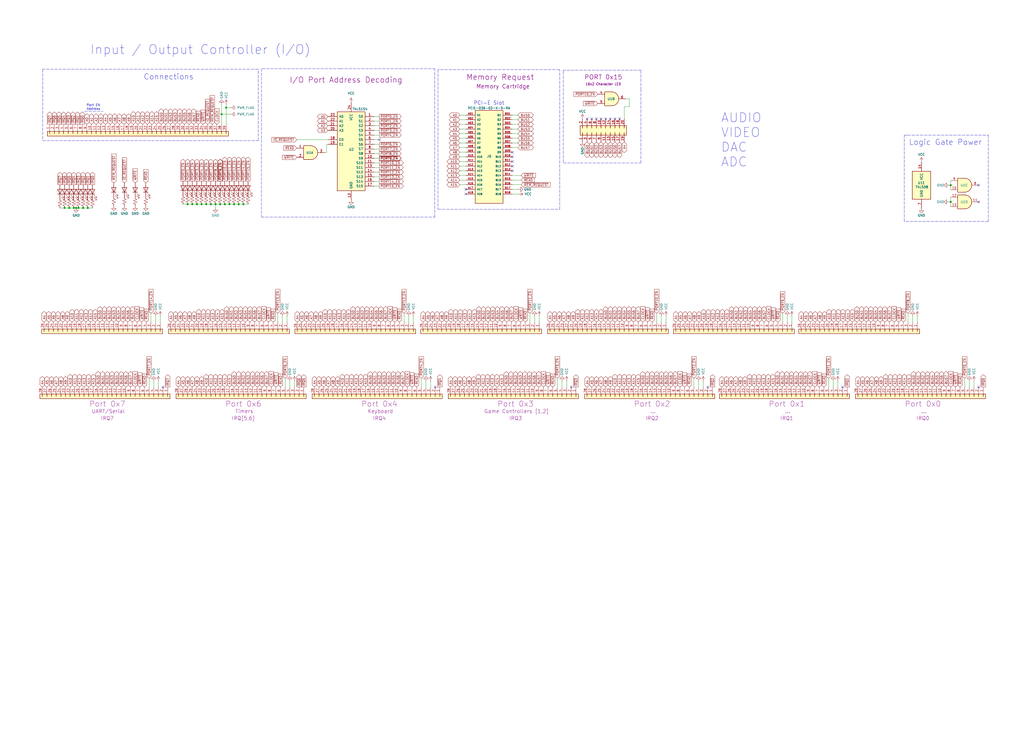
<source format=kicad_sch>
(kicad_sch (version 20211123) (generator eeschema)
  (paper "User" 559.994 399.999)
  (title_block (title "Input Output Controller (I/O)") (date "2022-02-10") (rev "v1") (company "theWickedWebDev/8-bit-computer"))
  (junction (at 40.386 113.792))
  (junction (at 37.846 113.792))
  (junction (at 519.938 110.49))
  (junction (at 35.306 113.792))
  (junction (at 123.698 58.928))
  (junction (at 112.776 111.76))
  (junction (at 107.696 111.76))
  (junction (at 519.938 101.346))
  (junction (at 120.396 111.76))
  (junction (at 105.156 111.76))
  (junction (at 102.616 111.76))
  (junction (at 122.936 111.76))
  (junction (at 125.476 111.76))
  (junction (at 115.316 111.76))
  (junction (at 121.158 62.484))
  (junction (at 45.466 113.792))
  (junction (at 133.096 111.76))
  (junction (at 110.236 111.76))
  (junction (at 48.006 113.792))
  (junction (at 128.016 111.76))
  (junction (at 130.556 111.76))
  (junction (at 42.926 113.792))
  (junction (at 117.856 111.76))
  (junction (at 41.656 113.792))
  (no_connect (at 280.162 85.852))
  (no_connect (at 280.162 90.932))
  (no_connect (at 331.216 65.024))
  (no_connect (at 280.162 83.312))
  (no_connect (at 207.518 76.454))
  (no_connect (at 326.136 65.024))
  (no_connect (at 254.762 103.632))
  (no_connect (at 535.178 101.346))
  (no_connect (at 280.162 93.472))
  (no_connect (at 321.056 65.024))
  (no_connect (at 333.756 65.024))
  (no_connect (at 328.676 65.024))
  (no_connect (at 460.756 211.836))
  (no_connect (at 237.998 211.836))
  (no_connect (at 338.836 65.024))
  (no_connect (at 535.178 110.49))
  (no_connect (at 312.42 211.836))
  (no_connect (at 387.096 211.836))
  (no_connect (at 254.762 106.172))
  (no_connect (at 323.596 65.024))
  (no_connect (at 89.154 211.836))
  (no_connect (at 336.296 65.024))
  (no_connect (at 535.178 211.836))
  (no_connect (at 280.162 88.392))
  (wire (pts (xy 379.476 207.01) (xy 379.476 211.836)))
  (polyline (pts (xy 494.538 73.914) (xy 496.316 73.914)))
  (polyline (pts (xy 239.522 38.1) (xy 239.522 114.554)))
  (wire (pts (xy 130.556 111.76) (xy 133.096 111.76)))
  (polyline (pts (xy 496.316 73.914) (xy 540.512 73.914)))
  (wire (pts (xy 251.46 78.232) (xy 254.762 78.232)))
  (polyline (pts (xy 23.368 76.962) (xy 141.224 76.962)))
  (wire (pts (xy 499.11 176.276) (xy 499.11 172.974)))
  (wire (pts (xy 530.098 211.836) (xy 530.098 208.534)))
  (polyline (pts (xy 267.716 38.1) (xy 306.07 38.1)))
  (wire (pts (xy 341.376 58.42) (xy 344.17 58.42)))
  (polyline (pts (xy 46.228 60.96) (xy 56.388 60.96)))
  (wire (pts (xy 37.846 113.792) (xy 40.386 113.792)))
  (wire (pts (xy 115.316 111.76) (xy 112.776 111.76)))
  (wire (pts (xy 232.918 211.836) (xy 232.918 208.534)))
  (wire (pts (xy 84.074 211.836) (xy 84.074 208.534)))
  (polyline (pts (xy 186.182 37.592) (xy 143.002 37.592)))
  (wire (pts (xy 123.698 58.928) (xy 123.698 68.072)))
  (wire (pts (xy 207.518 99.314) (xy 204.724 99.314)))
  (polyline (pts (xy 141.224 37.846) (xy 23.368 37.846)))
  (wire (pts (xy 220.98 171.45) (xy 220.98 176.276)))
  (wire (pts (xy 251.46 96.012) (xy 254.762 96.012)))
  (wire (pts (xy 123.698 57.15) (xy 123.698 58.928)))
  (wire (pts (xy 251.46 68.072) (xy 254.762 68.072)))
  (wire (pts (xy 207.518 96.774) (xy 204.724 96.774)))
  (polyline (pts (xy 350.52 38.354) (xy 308.102 38.354)))
  (wire (pts (xy 35.306 113.792) (xy 37.846 113.792)))
  (wire (pts (xy 519.938 107.95) (xy 519.938 110.49)))
  (wire (pts (xy 122.936 111.76) (xy 125.476 111.76)))
  (wire (pts (xy 207.518 63.754) (xy 204.724 63.754)))
  (wire (pts (xy 342.138 54.102) (xy 344.17 54.102)))
  (wire (pts (xy 251.46 101.092) (xy 254.762 101.092)))
  (wire (pts (xy 40.386 113.792) (xy 41.656 113.792)))
  (wire (pts (xy 518.922 110.49) (xy 519.938 110.49)))
  (wire (pts (xy 283.21 68.072) (xy 280.162 68.072)))
  (wire (pts (xy 121.158 57.15) (xy 121.158 62.484)))
  (wire (pts (xy 151.892 171.45) (xy 151.892 176.276)))
  (wire (pts (xy 133.096 111.76) (xy 135.636 111.76)))
  (wire (pts (xy 283.21 62.992) (xy 280.162 62.992)))
  (wire (pts (xy 501.65 176.276) (xy 501.65 172.974)))
  (polyline (pts (xy 306.07 114.554) (xy 306.07 38.1)))
  (wire (pts (xy 81.534 207.01) (xy 81.534 211.836)))
  (wire (pts (xy 519.938 110.49) (xy 519.938 113.03)))
  (wire (pts (xy 532.638 211.836) (xy 532.638 208.534)))
  (wire (pts (xy 289.814 171.45) (xy 289.814 176.276)))
  (wire (pts (xy 105.156 111.76) (xy 102.616 111.76)))
  (polyline (pts (xy 308.102 89.154) (xy 350.52 89.154)))
  (wire (pts (xy 117.856 111.76) (xy 115.316 111.76)))
  (wire (pts (xy 207.518 68.834) (xy 204.724 68.834)))
  (polyline (pts (xy 540.512 121.158) (xy 494.538 121.158)))
  (wire (pts (xy 496.57 171.45) (xy 496.57 176.276)))
  (wire (pts (xy 117.856 111.76) (xy 120.396 111.76)))
  (wire (pts (xy 251.46 80.772) (xy 254.762 80.772)))
  (wire (pts (xy 527.558 207.01) (xy 527.558 211.836)))
  (wire (pts (xy 32.766 113.792) (xy 35.306 113.792)))
  (wire (pts (xy 518.922 101.346) (xy 519.938 101.346)))
  (wire (pts (xy 283.21 73.152) (xy 280.162 73.152)))
  (wire (pts (xy 82.55 171.45) (xy 82.55 176.276)))
  (wire (pts (xy 154.432 176.276) (xy 154.432 172.974)))
  (wire (pts (xy 280.162 106.172) (xy 283.464 106.172)))
  (wire (pts (xy 125.476 111.76) (xy 128.016 111.76)))
  (wire (pts (xy 364.236 176.276) (xy 364.236 172.974)))
  (polyline (pts (xy 267.716 38.1) (xy 239.522 38.1)))
  (wire (pts (xy 384.556 211.836) (xy 384.556 208.534)))
  (wire (pts (xy 125.984 62.484) (xy 121.158 62.484)))
  (polyline (pts (xy 350.52 49.276) (xy 350.52 38.354)))
  (wire (pts (xy 359.156 171.45) (xy 359.156 176.276)))
  (wire (pts (xy 158.496 211.836) (xy 158.496 208.534)))
  (polyline (pts (xy 186.182 37.592) (xy 237.744 37.592)))
  (wire (pts (xy 178.562 83.566) (xy 178.562 78.994)))
  (polyline (pts (xy 143.002 37.592) (xy 143.002 118.872)))
  (polyline (pts (xy 141.224 76.962) (xy 141.224 37.846)))
  (wire (pts (xy 361.696 176.276) (xy 361.696 172.974)))
  (wire (pts (xy 284.988 98.552) (xy 280.162 98.552)))
  (wire (pts (xy 455.676 211.836) (xy 455.676 208.534)))
  (wire (pts (xy 453.136 207.01) (xy 453.136 211.836)))
  (wire (pts (xy 251.46 88.392) (xy 254.762 88.392)))
  (polyline (pts (xy 540.512 73.914) (xy 540.512 121.158)))
  (wire (pts (xy 177.546 83.566) (xy 178.562 83.566)))
  (wire (pts (xy 280.162 103.632) (xy 283.464 103.632)))
  (wire (pts (xy 341.376 58.42) (xy 341.376 65.024)))
  (wire (pts (xy 207.518 73.914) (xy 204.724 73.914)))
  (wire (pts (xy 235.458 211.836) (xy 235.458 208.534)))
  (wire (pts (xy 251.46 75.692) (xy 254.762 75.692)))
  (wire (pts (xy 45.466 113.792) (xy 48.006 113.792)))
  (wire (pts (xy 162.306 76.454) (xy 179.324 76.454)))
  (wire (pts (xy 178.562 78.994) (xy 179.324 78.994)))
  (wire (pts (xy 112.776 111.76) (xy 110.236 111.76)))
  (wire (pts (xy 283.21 75.692) (xy 280.162 75.692)))
  (wire (pts (xy 519.938 101.346) (xy 519.938 103.886)))
  (wire (pts (xy 207.518 94.234) (xy 204.724 94.234)))
  (polyline (pts (xy 23.368 37.846) (xy 23.368 76.962)))
  (wire (pts (xy 161.036 211.836) (xy 161.036 208.534)))
  (wire (pts (xy 307.34 211.836) (xy 307.34 208.534)))
  (wire (pts (xy 283.21 70.612) (xy 280.162 70.612)))
  (wire (pts (xy 207.518 71.374) (xy 204.724 71.374)))
  (wire (pts (xy 251.46 83.312) (xy 254.762 83.312)))
  (wire (pts (xy 41.656 113.792) (xy 42.926 113.792)))
  (wire (pts (xy 458.216 211.836) (xy 458.216 208.534)))
  (wire (pts (xy 48.006 113.792) (xy 50.546 113.792)))
  (wire (pts (xy 85.09 176.276) (xy 85.09 172.974)))
  (wire (pts (xy 120.396 111.76) (xy 122.936 111.76)))
  (wire (pts (xy 223.52 176.276) (xy 223.52 172.974)))
  (wire (pts (xy 283.21 65.532) (xy 280.162 65.532)))
  (wire (pts (xy 283.21 80.772) (xy 280.162 80.772)))
  (wire (pts (xy 230.378 207.01) (xy 230.378 211.836)))
  (wire (pts (xy 251.46 62.992) (xy 254.762 62.992)))
  (wire (pts (xy 86.614 211.836) (xy 86.614 208.534)))
  (wire (pts (xy 156.972 176.276) (xy 156.972 172.974)))
  (polyline (pts (xy 350.52 89.154) (xy 350.52 49.276)))
  (wire (pts (xy 207.518 91.694) (xy 204.724 91.694)))
  (wire (pts (xy 226.06 176.276) (xy 226.06 172.974)))
  (wire (pts (xy 292.354 176.276) (xy 292.354 172.974)))
  (polyline (pts (xy 308.102 38.354) (xy 308.102 39.116)))
  (wire (pts (xy 117.856 113.792) (xy 117.856 111.76)))
  (wire (pts (xy 207.518 84.074) (xy 204.724 84.074)))
  (polyline (pts (xy 237.744 118.872) (xy 237.744 37.592)))
  (wire (pts (xy 433.07 176.276) (xy 433.07 172.974)))
  (wire (pts (xy 207.518 66.294) (xy 204.724 66.294)))
  (wire (pts (xy 251.46 93.472) (xy 254.762 93.472)))
  (wire (pts (xy 125.984 58.928) (xy 123.698 58.928)))
  (polyline (pts (xy 494.538 121.158) (xy 494.538 73.914)))
  (polyline (pts (xy 239.522 114.554) (xy 306.07 114.554)))
  (wire (pts (xy 284.988 96.012) (xy 280.162 96.012)))
  (wire (pts (xy 427.99 171.45) (xy 427.99 176.276)))
  (wire (pts (xy 155.956 207.01) (xy 155.956 211.836)))
  (wire (pts (xy 102.616 111.76) (xy 100.076 111.76)))
  (wire (pts (xy 304.8 207.01) (xy 304.8 211.836)))
  (wire (pts (xy 382.016 211.836) (xy 382.016 208.534)))
  (wire (pts (xy 251.46 70.612) (xy 254.762 70.612)))
  (wire (pts (xy 430.53 176.276) (xy 430.53 172.974)))
  (wire (pts (xy 207.518 89.154) (xy 204.724 89.154)))
  (wire (pts (xy 121.158 62.484) (xy 121.158 68.072)))
  (wire (pts (xy 42.926 113.792) (xy 45.466 113.792)))
  (wire (pts (xy 251.46 90.932) (xy 254.762 90.932)))
  (wire (pts (xy 207.518 76.454) (xy 204.724 76.454)))
  (wire (pts (xy 251.46 98.552) (xy 254.762 98.552)))
  (wire (pts (xy 207.518 86.614) (xy 204.724 86.614)))
  (wire (pts (xy 207.518 78.994) (xy 204.724 78.994)))
  (wire (pts (xy 344.17 58.42) (xy 344.17 54.102)))
  (wire (pts (xy 251.46 85.852) (xy 254.762 85.852)))
  (polyline (pts (xy 308.102 39.116) (xy 308.102 89.154)))
  (wire (pts (xy 309.88 211.836) (xy 309.88 208.534)))
  (wire (pts (xy 207.518 81.534) (xy 204.724 81.534)))
  (wire (pts (xy 110.236 111.76) (xy 107.696 111.76)))
  (wire (pts (xy 207.518 101.854) (xy 204.724 101.854)))
  (wire (pts (xy 284.988 101.092) (xy 280.162 101.092)))
  (wire (pts (xy 251.46 73.152) (xy 254.762 73.152)))
  (polyline (pts (xy 143.002 118.872) (xy 237.744 118.872)))
  (wire (pts (xy 519.938 98.806) (xy 519.938 101.346)))
  (wire (pts (xy 283.21 78.232) (xy 280.162 78.232)))
  (wire (pts (xy 128.016 111.76) (xy 130.556 111.76)))
  (wire (pts (xy 87.63 176.276) (xy 87.63 172.974)))
  (wire (pts (xy 107.696 111.76) (xy 105.156 111.76)))
  (wire (pts (xy 294.894 176.276) (xy 294.894 172.974)))
  (wire (pts (xy 251.46 65.532) (xy 254.762 65.532)))
  (text "Connections" (at 78.486 43.942 0) (effects (font (size 3 3)) (justify left bottom)))
  (text "Logic Gate Power" (at 497.078 79.756 0) (effects (font (size 3 3)) (justify left bottom)))
  (text "Input / Output Controller (I/O)" (at 49.276 30.226 0) (effects (font (size 5 5)) (justify left bottom)))
  (text "PCI-E Slot" (at 275.844 57.658 180) (effects (font (size 2 2)) (justify right bottom)))
  (text "Port EN\nAddress" (at 54.864 60.452 180) (effects (font (size 1.27 1.27)) (justify right bottom)))
  (text "UART/SERIAL\nTimer0\nTimer1\nKEYBOARD\nGAME CONTROLLER 1\nGAME CONTROLLER 2" (at 228.854 504.952 0) (effects (font (size 5 5)) (justify left bottom)))
  (text "AUDIO\nVIDEO\nDAC\nADC" (at 394.208 91.694 0) (effects (font (size 5 5)) (justify left bottom)))
  (global_label "A4" (shape tri_state) (at 246.38 211.836 90) (property "Intersheet References" "${INTERSHEET_REFS}" (effects hide)))
  (global_label "A15" (shape tri_state) (at 121.412 176.276 90) (property "Intersheet References" "${INTERSHEET_REFS}" (effects hide)))
  (global_label "A12" (shape tri_state) (at 117.856 211.836 90) (property "Intersheet References" "${INTERSHEET_REFS}" (effects hide)))
  (global_label "A4" (shape tri_state) (at 171.958 211.836 90) (property "Intersheet References" "${INTERSHEET_REFS}" (effects hide)))
  (global_label "A6" (shape tri_state) (at 374.65 176.276 90) (property "Intersheet References" "${INTERSHEET_REFS}" (effects hide)))
  (global_label "A7" (shape tri_state) (at 31.75 176.276 90) (property "Intersheet References" "${INTERSHEET_REFS}" (effects hide)))
  (global_label "BUS0" (shape tri_state) (at 202.438 211.836 90) (property "Intersheet References" "${INTERSHEET_REFS}" (effects hide)))
  (global_label "CLOCK" (shape input) (at 222.758 211.836 90) (property "Intersheet References" "${INTERSHEET_REFS}" (effects hide)))
  (global_label "A9" (shape tri_state) (at 106.172 176.276 90) (property "Intersheet References" "${INTERSHEET_REFS}" (effects hide)))
  (global_label "~{READ}" (shape input) (at 79.756 100.076 90) (property "Intersheet References" "${INTERSHEET_REFS}" (effects hide)))
  (global_label "A0" (shape tri_state) (at 179.324 63.754 180) (property "Intersheet References" "${INTERSHEET_REFS}" (effects hide)))
  (global_label "A12" (shape tri_state) (at 341.376 211.836 90) (property "Intersheet References" "${INTERSHEET_REFS}" (effects hide)))
  (global_label "~{WRITE}" (shape input) (at 448.056 211.836 90) (property "Intersheet References" "${INTERSHEET_REFS}" (effects hide)))
  (global_label "~{PORT9_EN}" (shape output) (at 120.396 99.06 90) (property "Intersheet References" "${INTERSHEET_REFS}" (effects hide)))
  (global_label "BUS3" (shape tri_state) (at 210.058 211.836 90) (property "Intersheet References" "${INTERSHEET_REFS}" (effects hide)))
  (global_label "A10" (shape tri_state) (at 251.46 88.392 180) (property "Intersheet References" "${INTERSHEET_REFS}" (effects hide)))
  (global_label "BUS0" (shape tri_state) (at 276.86 211.836 90) (property "Intersheet References" "${INTERSHEET_REFS}" (effects hide)))
  (global_label "A7" (shape tri_state) (at 179.578 211.836 90) (property "Intersheet References" "${INTERSHEET_REFS}" (effects hide)))
  (global_label "BUS5" (shape tri_state) (at 343.916 176.276 90) (property "Intersheet References" "${INTERSHEET_REFS}" (effects hide)))
  (global_label "A2" (shape tri_state) (at 52.578 68.072 90) (property "Intersheet References" "${INTERSHEET_REFS}" (effects hide)))
  (global_label "CLOCK" (shape input) (at 488.95 176.276 90) (property "Intersheet References" "${INTERSHEET_REFS}" (effects hide)))
  (global_label "A8" (shape tri_state) (at 67.818 68.072 90) (property "Intersheet References" "${INTERSHEET_REFS}" (effects hide)))
  (global_label "BUS5" (shape tri_state) (at 481.33 176.276 90) (property "Intersheet References" "${INTERSHEET_REFS}" (effects hide)))
  (global_label "A15" (shape tri_state) (at 422.656 211.836 90) (property "Intersheet References" "${INTERSHEET_REFS}" (effects hide)))
  (global_label "A11" (shape tri_state) (at 318.516 176.276 90) (property "Intersheet References" "${INTERSHEET_REFS}" (effects hide)))
  (global_label "BUS3" (shape tri_state) (at 359.156 211.836 90) (property "Intersheet References" "${INTERSHEET_REFS}" (effects hide)))
  (global_label "BUS7" (shape tri_state) (at 442.976 211.836 90) (property "Intersheet References" "${INTERSHEET_REFS}" (effects hide)))
  (global_label "A6" (shape tri_state) (at 62.738 68.072 90) (property "Intersheet References" "${INTERSHEET_REFS}" (effects hide)))
  (global_label "~{PORT7_EN}" (shape output) (at 115.316 99.06 90) (property "Intersheet References" "${INTERSHEET_REFS}" (effects hide)))
  (global_label "A4" (shape tri_state) (at 93.472 176.276 90) (property "Intersheet References" "${INTERSHEET_REFS}" (effects hide)))
  (global_label "BUS1" (shape tri_state) (at 354.076 211.836 90) (property "Intersheet References" "${INTERSHEET_REFS}" (effects hide)))
  (global_label "BUS2" (shape tri_state) (at 283.21 68.072 0) (property "Intersheet References" "${INTERSHEET_REFS}" (effects hide)))
  (global_label "A7" (shape tri_state) (at 101.092 176.276 90) (property "Intersheet References" "${INTERSHEET_REFS}" (effects hide)))
  (global_label "A6" (shape tri_state) (at 102.616 211.836 90) (property "Intersheet References" "${INTERSHEET_REFS}" (effects hide)))
  (global_label "A11" (shape tri_state) (at 189.738 211.836 90) (property "Intersheet References" "${INTERSHEET_REFS}" (effects hide)))
  (global_label "~{PORT2_EN}" (shape output) (at 207.518 68.834 0) (property "Intersheet References" "${INTERSHEET_REFS}" (effects hide)))
  (global_label "~{PORT13_EN}" (shape input) (at 151.892 171.45 90) (property "Intersheet References" "${INTERSHEET_REFS}" (effects hide)))
  (global_label "BUS7" (shape tri_state) (at 145.796 211.836 90) (property "Intersheet References" "${INTERSHEET_REFS}" (effects hide)))
  (global_label "A15" (shape tri_state) (at 466.09 176.276 90) (property "Intersheet References" "${INTERSHEET_REFS}" (effects hide)))
  (global_label "BUS7" (shape tri_state) (at 105.918 68.072 90) (property "Intersheet References" "${INTERSHEET_REFS}" (effects hide)))
  (global_label "BUS6" (shape tri_state) (at 103.378 68.072 90) (property "Intersheet References" "${INTERSHEET_REFS}" (effects hide)))
  (global_label "~{PORT14_EN}" (shape input) (at 82.55 171.45 90) (property "Intersheet References" "${INTERSHEET_REFS}" (effects hide)))
  (global_label "~{WRITE}" (shape input) (at 522.478 211.836 90) (property "Intersheet References" "${INTERSHEET_REFS}" (effects hide)))
  (global_label "BUS6" (shape tri_state) (at 68.834 211.836 90) (property "Intersheet References" "${INTERSHEET_REFS}" (effects hide)))
  (global_label "~{PORT0_EN}" (shape output) (at 207.518 63.754 0) (property "Intersheet References" "${INTERSHEET_REFS}" (effects hide)))
  (global_label "BUS5" (shape tri_state) (at 67.31 176.276 90) (property "Intersheet References" "${INTERSHEET_REFS}" (effects hide)))
  (global_label "~{WRITE}" (shape input) (at 150.876 211.836 90) (property "Intersheet References" "${INTERSHEET_REFS}" (effects hide)))
  (global_label "BUS1" (shape tri_state) (at 130.556 211.836 90) (property "Intersheet References" "${INTERSHEET_REFS}" (effects hide)))
  (global_label "BUS2" (shape tri_state) (at 198.12 176.276 90) (property "Intersheet References" "${INTERSHEET_REFS}" (effects hide)))
  (global_label "~{PORT3_EN}" (shape output) (at 207.518 71.374 0) (property "Intersheet References" "${INTERSHEET_REFS}" (effects hide)))
  (global_label "BUS1" (shape tri_state) (at 126.492 176.276 90) (property "Intersheet References" "${INTERSHEET_REFS}" (effects hide)))
  (global_label "A9" (shape tri_state) (at 333.756 211.836 90) (property "Intersheet References" "${INTERSHEET_REFS}" (effects hide)))
  (global_label "~{READ}" (shape input) (at 376.936 211.836 90) (property "Intersheet References" "${INTERSHEET_REFS}" (effects hide)))
  (global_label "A3" (shape tri_state) (at 179.324 71.374 180) (property "Intersheet References" "${INTERSHEET_REFS}" (effects hide)))
  (global_label "BUS4" (shape tri_state) (at 361.696 211.836 90) (property "Intersheet References" "${INTERSHEET_REFS}" (effects hide)))
  (global_label "A13" (shape tri_state) (at 461.01 176.276 90) (property "Intersheet References" "${INTERSHEET_REFS}" (effects hide)))
  (global_label "~{IRQ1}" (shape output) (at 463.296 211.836 90) (property "Intersheet References" "${INTERSHEET_REFS}" (effects hide)))
  (global_label "A9" (shape tri_state) (at 70.358 68.072 90) (property "Intersheet References" "${INTERSHEET_REFS}" (effects hide)))
  (global_label "BUS5" (shape tri_state) (at 66.294 211.836 90) (property "Intersheet References" "${INTERSHEET_REFS}" (effects hide)))
  (global_label "A10" (shape tri_state) (at 453.39 176.276 90) (property "Intersheet References" "${INTERSHEET_REFS}" (effects hide)))
  (global_label "CLOCK" (shape input) (at 371.856 211.836 90) (property "Intersheet References" "${INTERSHEET_REFS}" (effects hide)))
  (global_label "A8" (shape tri_state) (at 448.31 176.276 90) (property "Intersheet References" "${INTERSHEET_REFS}" (effects hide)))
  (global_label "A8" (shape tri_state) (at 256.54 211.836 90) (property "Intersheet References" "${INTERSHEET_REFS}" (effects hide)))
  (global_label "BUS1" (shape tri_state) (at 471.17 176.276 90) (property "Intersheet References" "${INTERSHEET_REFS}" (effects hide)))
  (global_label "~{PORT0_EN}" (shape input) (at 527.558 207.01 90) (property "Intersheet References" "${INTERSHEET_REFS}" (effects hide)))
  (global_label "BUS7" (shape tri_state) (at 517.398 211.836 90) (property "Intersheet References" "${INTERSHEET_REFS}" (effects hide)))
  (global_label "A14" (shape tri_state) (at 346.456 211.836 90) (property "Intersheet References" "${INTERSHEET_REFS}" (effects hide)))
  (global_label "A13" (shape tri_state) (at 323.596 176.276 90) (property "Intersheet References" "${INTERSHEET_REFS}" (effects hide)))
  (global_label "A5" (shape tri_state) (at 96.012 176.276 90) (property "Intersheet References" "${INTERSHEET_REFS}" (effects hide)))
  (global_label "BUS6" (shape tri_state) (at 277.114 176.276 90) (property "Intersheet References" "${INTERSHEET_REFS}" (effects hide)))
  (global_label "BUS1" (shape tri_state) (at 195.58 176.276 90) (property "Intersheet References" "${INTERSHEET_REFS}" (effects hide)))
  (global_label "A5" (shape tri_state) (at 100.076 211.836 90) (property "Intersheet References" "${INTERSHEET_REFS}" (effects hide)))
  (global_label "CLOCK" (shape input) (at 118.618 68.072 90) (property "Intersheet References" "${INTERSHEET_REFS}" (effects hide)))
  (global_label "A8" (shape tri_state) (at 310.896 176.276 90) (property "Intersheet References" "${INTERSHEET_REFS}" (effects hide)))
  (global_label "A7" (shape tri_state) (at 105.156 211.836 90) (property "Intersheet References" "${INTERSHEET_REFS}" (effects hide)))
  (global_label "A5" (shape tri_state) (at 471.678 211.836 90) (property "Intersheet References" "${INTERSHEET_REFS}" (effects hide)))
  (global_label "A11" (shape tri_state) (at 75.438 68.072 90) (property "Intersheet References" "${INTERSHEET_REFS}" (effects hide)))
  (global_label "A8" (shape tri_state) (at 479.298 211.836 90) (property "Intersheet References" "${INTERSHEET_REFS}" (effects hide)))
  (global_label "BUS2" (shape tri_state) (at 133.096 211.836 90) (property "Intersheet References" "${INTERSHEET_REFS}" (effects hide)))
  (global_label "BUS1" (shape tri_state) (at 279.4 211.836 90) (property "Intersheet References" "${INTERSHEET_REFS}" (effects hide)))
  (global_label "A14" (shape tri_state) (at 122.936 211.836 90) (property "Intersheet References" "${INTERSHEET_REFS}" (effects hide)))
  (global_label "A10" (shape tri_state) (at 409.956 211.836 90) (property "Intersheet References" "${INTERSHEET_REFS}" (effects hide)))
  (global_label "BUS5" (shape tri_state) (at 289.56 211.836 90) (property "Intersheet References" "${INTERSHEET_REFS}" (effects hide)))
  (global_label "~{READ}" (shape input) (at 78.994 211.836 90) (property "Intersheet References" "${INTERSHEET_REFS}" (effects hide)))
  (global_label "BUS2" (shape tri_state) (at 129.032 176.276 90) (property "Intersheet References" "${INTERSHEET_REFS}" (effects hide)))
  (global_label "A8" (shape tri_state) (at 251.46 83.312 180) (property "Intersheet References" "${INTERSHEET_REFS}" (effects hide)))
  (global_label "A1" (shape tri_state) (at 251.46 65.532 180) (property "Intersheet References" "${INTERSHEET_REFS}" (effects hide)))
  (global_label "BUS3" (shape tri_state) (at 338.836 176.276 90) (property "Intersheet References" "${INTERSHEET_REFS}" (effects hide)))
  (global_label "BUS1" (shape tri_state) (at 502.158 211.836 90) (property "Intersheet References" "${INTERSHEET_REFS}" (effects hide)))
  (global_label "BUS2" (shape tri_state) (at 504.698 211.836 90) (property "Intersheet References" "${INTERSHEET_REFS}" (effects hide)))
  (global_label "BUS2" (shape tri_state) (at 430.276 211.836 90) (property "Intersheet References" "${INTERSHEET_REFS}" (effects hide)))
  (global_label "A13" (shape tri_state) (at 80.518 68.072 90) (property "Intersheet References" "${INTERSHEET_REFS}" (effects hide)))
  (global_label "BUS6" (shape tri_state) (at 143.256 211.836 90) (property "Intersheet References" "${INTERSHEET_REFS}" (effects hide)))
  (global_label "CLOCK" (shape input) (at 282.194 176.276 90) (property "Intersheet References" "${INTERSHEET_REFS}" (effects hide)))
  (global_label "BUS7" (shape tri_state) (at 72.39 176.276 90) (property "Intersheet References" "${INTERSHEET_REFS}" (effects hide)))
  (global_label "~{READ}" (shape input) (at 356.616 176.276 90) (property "Intersheet References" "${INTERSHEET_REFS}" (effects hide)))
  (global_label "A1" (shape tri_state) (at 179.324 66.294 180) (property "Intersheet References" "${INTERSHEET_REFS}" (effects hide)))
  (global_label "A5" (shape tri_state) (at 251.46 75.692 180) (property "Intersheet References" "${INTERSHEET_REFS}" (effects hide)))
  (global_label "A6" (shape tri_state) (at 251.46 78.232 180) (property "Intersheet References" "${INTERSHEET_REFS}" (effects hide)))
  (global_label "BUS5" (shape tri_state) (at 215.138 211.836 90) (property "Intersheet References" "${INTERSHEET_REFS}" (effects hide)))
  (global_label "BUS7" (shape tri_state) (at 486.41 176.276 90) (property "Intersheet References" "${INTERSHEET_REFS}" (effects hide)))
  (global_label "A6" (shape tri_state) (at 399.796 211.836 90) (property "Intersheet References" "${INTERSHEET_REFS}" (effects hide)))
  (global_label "~{READ}" (shape input) (at 425.45 176.276 90) (property "Intersheet References" "${INTERSHEET_REFS}" (effects hide)))
  (global_label "A8" (shape tri_state) (at 103.632 176.276 90) (property "Intersheet References" "${INTERSHEET_REFS}" (effects hide)))
  (global_label "A6" (shape tri_state) (at 177.038 211.836 90) (property "Intersheet References" "${INTERSHEET_REFS}" (effects hide)))
  (global_label "~{MEM_REQUEST}" (shape input) (at 284.988 101.092 0) (property "Intersheet References" "${INTERSHEET_REFS}" (effects hide)))
  (global_label "BUS6" (shape tri_state) (at 336.296 77.724 270) (property "Intersheet References" "${INTERSHEET_REFS}" (effects hide)))
  (global_label "~{IO_REQUEST}" (shape input) (at 68.072 100.076 90) (property "Intersheet References" "${INTERSHEET_REFS}" (effects hide)))
  (global_label "~{PORT7_EN}" (shape output) (at 207.518 81.534 0) (property "Intersheet References" "${INTERSHEET_REFS}" (effects hide)))
  (global_label "BUS0" (shape tri_state) (at 400.05 176.276 90) (property "Intersheet References" "${INTERSHEET_REFS}" (effects hide)))
  (global_label "A15" (shape tri_state) (at 190.5 176.276 90) (property "Intersheet References" "${INTERSHEET_REFS}" (effects hide)))
  (global_label "A12" (shape tri_state) (at 266.7 211.836 90) (property "Intersheet References" "${INTERSHEET_REFS}" (effects hide)))
  (global_label "A7" (shape tri_state) (at 377.19 176.276 90) (property "Intersheet References" "${INTERSHEET_REFS}" (effects hide)))
  (global_label "A5" (shape tri_state) (at 174.498 211.836 90) (property "Intersheet References" "${INTERSHEET_REFS}" (effects hide)))
  (global_label "A6" (shape tri_state) (at 443.23 176.276 90) (property "Intersheet References" "${INTERSHEET_REFS}" (effects hide)))
  (global_label "A12" (shape tri_state) (at 182.88 176.276 90) (property "Intersheet References" "${INTERSHEET_REFS}" (effects hide)))
  (global_label "BUS2" (shape tri_state) (at 58.674 211.836 90) (property "Intersheet References" "${INTERSHEET_REFS}" (effects hide)))
  (global_label "~{PORT13_EN}" (shape output) (at 130.556 99.06 90) (property "Intersheet References" "${INTERSHEET_REFS}" (effects hide)))
  (global_label "BUS2" (shape tri_state) (at 405.13 176.276 90) (property "Intersheet References" "${INTERSHEET_REFS}" (effects hide)))
  (global_label "A4" (shape tri_state) (at 231.394 176.276 90) (property "Intersheet References" "${INTERSHEET_REFS}" (effects hide)))
  (global_label "~{PORT15_EN}" (shape output) (at 207.518 101.854 0) (property "Intersheet References" "${INTERSHEET_REFS}" (effects hide)))
  (global_label "A15" (shape tri_state) (at 199.898 211.836 90) (property "Intersheet References" "${INTERSHEET_REFS}" (effects hide)))
  (global_label "A13" (shape tri_state) (at 251.46 96.012 180) (property "Intersheet References" "${INTERSHEET_REFS}" (effects hide)))
  (global_label "A12" (shape tri_state) (at 389.89 176.276 90) (property "Intersheet References" "${INTERSHEET_REFS}" (effects hide)))
  (global_label "BUS1" (shape tri_state) (at 427.736 211.836 90) (property "Intersheet References" "${INTERSHEET_REFS}" (effects hide)))
  (global_label "A3" (shape tri_state) (at 55.118 68.072 90) (property "Intersheet References" "${INTERSHEET_REFS}" (effects hide)))
  (global_label "~{IO_REQUEST}" (shape input) (at 162.306 76.454 180) (property "Intersheet References" "${INTERSHEET_REFS}" (effects hide)))
  (global_label "~{READ}" (shape input) (at 108.458 68.072 90) (property "Intersheet References" "${INTERSHEET_REFS}" (effects hide)))
  (global_label "~{PORT11_EN}" (shape input) (at 289.814 171.45 90) (property "Intersheet References" "${INTERSHEET_REFS}" (effects hide)))
  (global_label "BUS2" (shape tri_state) (at 473.71 176.276 90) (property "Intersheet References" "${INTERSHEET_REFS}" (effects hide)))
  (global_label "BUS6" (shape tri_state) (at 366.776 211.836 90) (property "Intersheet References" "${INTERSHEET_REFS}" (effects hide)))
  (global_label "A14" (shape tri_state) (at 494.538 211.836 90) (property "Intersheet References" "${INTERSHEET_REFS}" (effects hide)))
  (global_label "A11" (shape tri_state) (at 264.16 211.836 90) (property "Intersheet References" "${INTERSHEET_REFS}" (effects hide)))
  (global_label "A15" (shape tri_state) (at 125.476 211.836 90) (property "Intersheet References" "${INTERSHEET_REFS}" (effects hide)))
  (global_label "A10" (shape tri_state) (at 384.81 176.276 90) (property "Intersheet References" "${INTERSHEET_REFS}" (effects hide)))
  (global_label "~{WRITE}" (shape input) (at 77.47 176.276 90) (property "Intersheet References" "${INTERSHEET_REFS}" (effects hide)))
  (global_label "A9" (shape tri_state) (at 313.436 176.276 90) (property "Intersheet References" "${INTERSHEET_REFS}" (effects hide)))
  (global_label "A7" (shape tri_state) (at 402.336 211.836 90) (property "Intersheet References" "${INTERSHEET_REFS}" (effects hide)))
  (global_label "~{WRITE}" (shape input) (at 422.91 176.276 90) (property "Intersheet References" "${INTERSHEET_REFS}" (effects hide)))
  (global_label "~{IRQ0}" (shape output) (at 50.546 101.092 90) (property "Intersheet References" "${INTERSHEET_REFS}" (effects hide)))
  (global_label "A15" (shape tri_state) (at 52.07 176.276 90) (property "Intersheet References" "${INTERSHEET_REFS}" (effects hide)))
  (global_label "A9" (shape tri_state) (at 251.46 85.852 180) (property "Intersheet References" "${INTERSHEET_REFS}" (effects hide)))
  (global_label "A11" (shape tri_state) (at 180.34 176.276 90) (property "Intersheet References" "${INTERSHEET_REFS}" (effects hide)))
  (global_label "~{PORT9_EN}" (shape output) (at 120.396 99.06 90) (property "Intersheet References" "${INTERSHEET_REFS}" (effects hide)))
  (global_label "BUS4" (shape tri_state) (at 283.21 73.152 0) (property "Intersheet References" "${INTERSHEET_REFS}" (effects hide)))
  (global_label "~{PORT7_EN}" (shape input) (at 81.534 207.01 90) (property "Intersheet References" "${INTERSHEET_REFS}" (effects hide)))
  (global_label "BUS2" (shape tri_state) (at 281.94 211.836 90) (property "Intersheet References" "${INTERSHEET_REFS}" (effects hide)))
  (global_label "~{IRQ2}" (shape output) (at 39.878 68.072 90) (property "Intersheet References" "${INTERSHEET_REFS}" (effects hide)))
  (global_label "~{IRQ5}" (shape output) (at 32.258 68.072 90) (property "Intersheet References" "${INTERSHEET_REFS}" (effects hide)))
  (global_label "A15" (shape tri_state) (at 259.334 176.276 90) (property "Intersheet References" "${INTERSHEET_REFS}" (effects hide)))
  (global_label "~{PORT4_EN}" (shape input) (at 230.378 207.01 90) (property "Intersheet References" "${INTERSHEET_REFS}" (effects hide)))
  (global_label "BUS6" (shape tri_state) (at 483.87 176.276 90) (property "Intersheet References" "${INTERSHEET_REFS}" (effects hide)))
  (global_label "A12" (shape tri_state) (at 77.978 68.072 90) (property "Intersheet References" "${INTERSHEET_REFS}" (effects hide)))
  (global_label "A15" (shape tri_state) (at 397.51 176.276 90) (property "Intersheet References" "${INTERSHEET_REFS}" (effects hide)))
  (global_label "~{PORT8_EN}" (shape output) (at 207.518 84.074 0) (property "Intersheet References" "${INTERSHEET_REFS}" (effects hide)))
  (global_label "A7" (shape tri_state) (at 170.18 176.276 90) (property "Intersheet References" "${INTERSHEET_REFS}" (effects hide)))
  (global_label "BUS6" (shape tri_state) (at 69.85 176.276 90) (property "Intersheet References" "${INTERSHEET_REFS}" (effects hide)))
  (global_label "BUS4" (shape tri_state) (at 134.112 176.276 90) (property "Intersheet References" "${INTERSHEET_REFS}" (effects hide)))
  (global_label "BUS5" (shape tri_state) (at 100.838 68.072 90) (property "Intersheet References" "${INTERSHEET_REFS}" (effects hide)))
  (global_label "A4" (shape tri_state) (at 341.376 77.724 270) (property "Intersheet References" "${INTERSHEET_REFS}" (effects hide)))
  (global_label "BUS7" (shape tri_state) (at 283.21 80.772 0) (property "Intersheet References" "${INTERSHEET_REFS}" (effects hide)))
  (global_label "A15" (shape tri_state) (at 85.598 68.072 90) (property "Intersheet References" "${INTERSHEET_REFS}" (effects hide)))
  (global_label "BUS4" (shape tri_state) (at 63.754 211.836 90) (property "Intersheet References" "${INTERSHEET_REFS}" (effects hide)))
  (global_label "A12" (shape tri_state) (at 113.792 176.276 90) (property "Intersheet References" "${INTERSHEET_REFS}" (effects hide)))
  (global_label "A14" (shape tri_state) (at 326.136 176.276 90) (property "Intersheet References" "${INTERSHEET_REFS}" (effects hide)))
  (global_label "BUS4" (shape tri_state) (at 435.356 211.836 90) (property "Intersheet References" "${INTERSHEET_REFS}" (effects hide)))
  (global_label "A7" (shape tri_state) (at 239.014 176.276 90) (property "Intersheet References" "${INTERSHEET_REFS}" (effects hide)))
  (global_label "~{IRQ0}" (shape output) (at 537.718 211.836 90) (property "Intersheet References" "${INTERSHEET_REFS}" (effects hide)))
  (global_label "A7" (shape tri_state) (at 476.758 211.836 90) (property "Intersheet References" "${INTERSHEET_REFS}" (effects hide)))
  (global_label "A8" (shape tri_state) (at 34.29 176.276 90) (property "Intersheet References" "${INTERSHEET_REFS}" (effects hide)))
  (global_label "BUS6" (shape tri_state) (at 346.456 176.276 90) (property "Intersheet References" "${INTERSHEET_REFS}" (effects hide)))
  (global_label "A4" (shape tri_state) (at 162.56 176.276 90) (property "Intersheet References" "${INTERSHEET_REFS}" (effects hide)))
  (global_label "CLOCK" (shape input) (at 148.336 211.836 90) (property "Intersheet References" "${INTERSHEET_REFS}" (effects hide)))
  (global_label "~{IRQ5}" (shape output) (at 166.116 211.836 90) (property "Intersheet References" "${INTERSHEET_REFS}" (effects hide)))
  (global_label "A7" (shape tri_state) (at 30.734 211.836 90) (property "Intersheet References" "${INTERSHEET_REFS}" (effects hide)))
  (global_label "~{PORT3_EN}" (shape input) (at 304.8 207.01 90) (property "Intersheet References" "${INTERSHEET_REFS}" (effects hide)))
  (global_label "A4" (shape tri_state) (at 57.658 68.072 90) (property "Intersheet References" "${INTERSHEET_REFS}" (effects hide)))
  (global_label "~{PORT10_EN}" (shape output) (at 207.518 89.154 0) (property "Intersheet References" "${INTERSHEET_REFS}" (effects hide)))
  (global_label "A9" (shape tri_state) (at 450.85 176.276 90) (property "Intersheet References" "${INTERSHEET_REFS}" (effects hide)))
  (global_label "~{IRQ4}" (shape output) (at 34.798 68.072 90) (property "Intersheet References" "${INTERSHEET_REFS}" (effects hide)))
  (global_label "A7" (shape tri_state) (at 254 211.836 90) (property "Intersheet References" "${INTERSHEET_REFS}" (effects hide)))
  (global_label "A14" (shape tri_state) (at 187.96 176.276 90) (property "Intersheet References" "${INTERSHEET_REFS}" (effects hide)))
  (global_label "A4" (shape tri_state) (at 321.056 211.836 90) (property "Intersheet References" "${INTERSHEET_REFS}" (effects hide)))
  (global_label "A6" (shape tri_state) (at 326.136 211.836 90) (property "Intersheet References" "${INTERSHEET_REFS}" (effects hide)))
  (global_label "BUS4" (shape tri_state) (at 272.034 176.276 90) (property "Intersheet References" "${INTERSHEET_REFS}" (effects hide)))
  (global_label "CLOCK" (shape input) (at 213.36 176.276 90) (property "Intersheet References" "${INTERSHEET_REFS}" (effects hide)))
  (global_label "~{PORT14_EN}" (shape output) (at 133.096 99.06 90) (property "Intersheet References" "${INTERSHEET_REFS}" (effects hide)))
  (global_label "A4" (shape tri_state) (at 97.536 211.836 90) (property "Intersheet References" "${INTERSHEET_REFS}" (effects hide)))
  (global_label "BUS2" (shape tri_state) (at 266.954 176.276 90) (property "Intersheet References" "${INTERSHEET_REFS}" (effects hide)))
  (global_label "A13" (shape tri_state) (at 185.42 176.276 90) (property "Intersheet References" "${INTERSHEET_REFS}" (effects hide)))
  (global_label "~{IRQ7}" (shape output) (at 27.178 68.072 90) (property "Intersheet References" "${INTERSHEET_REFS}" (effects hide)))
  (global_label "~{READ}" (shape input) (at 494.03 176.276 90) (property "Intersheet References" "${INTERSHEET_REFS}" (effects hide)))
  (global_label "A15" (shape tri_state) (at 274.32 211.836 90) (property "Intersheet References" "${INTERSHEET_REFS}" (effects hide)))
  (global_label "A11" (shape tri_state) (at 41.91 176.276 90) (property "Intersheet References" "${INTERSHEET_REFS}" (effects hide)))
  (global_label "A12" (shape tri_state) (at 251.714 176.276 90) (property "Intersheet References" "${INTERSHEET_REFS}" (effects hide)))
  (global_label "BUS1" (shape tri_state) (at 204.978 211.836 90) (property "Intersheet References" "${INTERSHEET_REFS}" (effects hide)))
  (global_label "A14" (shape tri_state) (at 394.97 176.276 90) (property "Intersheet References" "${INTERSHEET_REFS}" (effects hide)))
  (global_label "CLOCK" (shape input) (at 73.914 211.836 90) (property "Intersheet References" "${INTERSHEET_REFS}" (effects hide)))
  (global_label "~{WRITE}" (shape input) (at 284.988 96.012 0) (property "Intersheet References" "${INTERSHEET_REFS}" (effects hide)))
  (global_label "A4" (shape tri_state) (at 23.114 211.836 90) (property "Intersheet References" "${INTERSHEET_REFS}" (effects hide)))
  (global_label "BUS4" (shape tri_state) (at 287.02 211.836 90) (property "Intersheet References" "${INTERSHEET_REFS}" (effects hide)))
  (global_label "BUS7" (shape tri_state) (at 210.82 176.276 90) (property "Intersheet References" "${INTERSHEET_REFS}" (effects hide)))
  (global_label "~{IRQ7}" (shape output) (at 91.694 211.836 90) (property "Intersheet References" "${INTERSHEET_REFS}" (effects hide)))
  (global_label "~{MEM_REQUEST}" (shape input) (at 116.078 68.072 90) (property "Intersheet References" "${INTERSHEET_REFS}" (effects hide)))
  (global_label "BUS7" (shape tri_state) (at 338.836 77.724 270) (property "Intersheet References" "${INTERSHEET_REFS}" (effects hide)))
  (global_label "~{READ}" (shape input) (at 149.352 176.276 90) (property "Intersheet References" "${INTERSHEET_REFS}" (effects hide)))
  (global_label "A13" (shape tri_state) (at 392.43 176.276 90) (property "Intersheet References" "${INTERSHEET_REFS}" (effects hide)))
  (global_label "A15" (shape tri_state) (at 251.46 101.092 180) (property "Intersheet References" "${INTERSHEET_REFS}" (effects hide)))
  (global_label "A13" (shape tri_state) (at 45.974 211.836 90) (property "Intersheet References" "${INTERSHEET_REFS}" (effects hide)))
  (global_label "A15" (shape tri_state) (at 51.054 211.836 90) (property "Intersheet References" "${INTERSHEET_REFS}" (effects hide)))
  (global_label "A5" (shape tri_state) (at 165.1 176.276 90) (property "Intersheet References" "${INTERSHEET_REFS}" (effects hide)))
  (global_label "BUS6" (shape tri_state) (at 440.436 211.836 90) (property "Intersheet References" "${INTERSHEET_REFS}" (effects hide)))
  (global_label "~{PORT14_EN}" (shape output) (at 207.518 99.314 0) (property "Intersheet References" "${INTERSHEET_REFS}" (effects hide)))
  (global_label "BUS4" (shape tri_state) (at 410.21 176.276 90) (property "Intersheet References" "${INTERSHEET_REFS}" (effects hide)))
  (global_label "BUS2" (shape tri_state) (at 207.518 211.836 90) (property "Intersheet References" "${INTERSHEET_REFS}" (effects hide)))
  (global_label "A11" (shape tri_state) (at 251.46 90.932 180) (property "Intersheet References" "${INTERSHEET_REFS}" (effects hide)))
  (global_label "A9" (shape tri_state) (at 259.08 211.836 90) (property "Intersheet References" "${INTERSHEET_REFS}" (effects hide)))
  (global_label "A7" (shape tri_state) (at 65.278 68.072 90) (property "Intersheet References" "${INTERSHEET_REFS}" (effects hide)))
  (global_label "BUS1" (shape tri_state) (at 402.59 176.276 90) (property "Intersheet References" "${INTERSHEET_REFS}" (effects hide)))
  (global_label "A13" (shape tri_state) (at 269.24 211.836 90) (property "Intersheet References" "${INTERSHEET_REFS}" (effects hide)))
  (global_label "A9" (shape tri_state) (at 36.83 176.276 90) (property "Intersheet References" "${INTERSHEET_REFS}" (effects hide)))
  (global_label "A10" (shape tri_state) (at 177.8 176.276 90) (property "Intersheet References" "${INTERSHEET_REFS}" (effects hide)))
  (global_label "BUS3" (shape tri_state) (at 135.636 211.836 90) (property "Intersheet References" "${INTERSHEET_REFS}" (effects hide)))
  (global_label "BUS3" (shape tri_state) (at 131.572 176.276 90) (property "Intersheet References" "${INTERSHEET_REFS}" (effects hide)))
  (global_label "~{IRQ3}" (shape output) (at 37.338 68.072 90) (property "Intersheet References" "${INTERSHEET_REFS}" (effects hide)))
  (global_label "A8" (shape tri_state) (at 172.72 176.276 90) (property "Intersheet References" "${INTERSHEET_REFS}" (effects hide)))
  (global_label "BUS0" (shape tri_state) (at 283.21 62.992 0) (property "Intersheet References" "${INTERSHEET_REFS}" (effects hide)))
  (global_label "~{IRQ0}" (shape output) (at 44.958 68.072 90) (property "Intersheet References" "${INTERSHEET_REFS}" (effects hide)))
  (global_label "A5" (shape tri_state) (at 248.92 211.836 90) (property "Intersheet References" "${INTERSHEET_REFS}" (effects hide)))
  (global_label "~{PORT12_EN}" (shape output) (at 128.016 99.06 90) (property "Intersheet References" "${INTERSHEET_REFS}" (effects hide)))
  (global_label "A12" (shape tri_state) (at 415.036 211.836 90) (property "Intersheet References" "${INTERSHEET_REFS}" (effects hide)))
  (global_label "A5" (shape tri_state) (at 323.596 211.836 90) (property "Intersheet References" "${INTERSHEET_REFS}" (effects hide)))
  (global_label "A12" (shape tri_state) (at 458.47 176.276 90) (property "Intersheet References" "${INTERSHEET_REFS}" (effects hide)))
  (global_label "A12" (shape tri_state) (at 44.45 176.276 90) (property "Intersheet References" "${INTERSHEET_REFS}" (effects hide)))
  (global_label "BUS0" (shape tri_state) (at 54.61 176.276 90) (property "Intersheet References" "${INTERSHEET_REFS}" (effects hide)))
  (global_label "A14" (shape tri_state) (at 118.872 176.276 90) (property "Intersheet References" "${INTERSHEET_REFS}" (effects hide)))
  (global_label "A15" (shape tri_state) (at 497.078 211.836 90) (property "Intersheet References" "${INTERSHEET_REFS}" (effects hide)))
  (global_label "BUS4" (shape tri_state) (at 64.77 176.276 90) (property "Intersheet References" "${INTERSHEET_REFS}" (effects hide)))
  (global_label "~{WRITE}" (shape input) (at 76.454 211.836 90) (property "Intersheet References" "${INTERSHEET_REFS}" (effects hide)))
  (global_label "BUS3" (shape tri_state) (at 283.21 70.612 0) (property "Intersheet References" "${INTERSHEET_REFS}" (effects hide)))
  (global_label "~{PORT1_EN}" (shape input) (at 453.136 207.01 90) (property "Intersheet References" "${INTERSHEET_REFS}" (effects hide)))
  (global_label "~{WRITE}" (shape input) (at 284.734 176.276 90) (property "Intersheet References" "${INTERSHEET_REFS}" (effects hide)))
  (global_label "~{PORT2_EN}" (shape input) (at 379.476 207.01 90) (property "Intersheet References" "${INTERSHEET_REFS}" (effects hide)))
  (global_label "A15" (shape tri_state) (at 328.676 176.276 90) (property "Intersheet References" "${INTERSHEET_REFS}" (effects hide)))
  (global_label "BUS3" (shape tri_state) (at 432.816 211.836 90) (property "Intersheet References" "${INTERSHEET_REFS}" (effects hide)))
  (global_label "A11" (shape tri_state) (at 40.894 211.836 90) (property "Intersheet References" "${INTERSHEET_REFS}" (effects hide)))
  (global_label "~{READ}" (shape input) (at 302.26 211.836 90) (property "Intersheet References" "${INTERSHEET_REFS}" (effects hide)))
  (global_label "~{PORT6_EN}" (shape output) (at 207.518 78.994 0) (property "Intersheet References" "${INTERSHEET_REFS}" (effects hide)))
  (global_label "A6" (shape tri_state) (at 251.46 211.836 90) (property "Intersheet References" "${INTERSHEET_REFS}" (effects hide)))
  (global_label "A4" (shape tri_state) (at 438.15 176.276 90) (property "Intersheet References" "${INTERSHEET_REFS}" (effects hide)))
  (global_label "A9" (shape tri_state) (at 481.838 211.836 90) (property "Intersheet References" "${INTERSHEET_REFS}" (effects hide)))
  (global_label "~{READ}" (shape input) (at 162.306 81.026 180) (property "Intersheet References" "${INTERSHEET_REFS}" (effects hide)))
  (global_label "BUS5" (shape tri_state) (at 205.74 176.276 90) (property "Intersheet References" "${INTERSHEET_REFS}" (effects hide)))
  (global_label "A13" (shape tri_state) (at 116.332 176.276 90) (property "Intersheet References" "${INTERSHEET_REFS}" (effects hide)))
  (global_label "BUS3" (shape tri_state) (at 407.67 176.276 90) (property "Intersheet References" "${INTERSHEET_REFS}" (effects hide)))
  (global_label "~{PORT9_EN}" (shape output) (at 207.518 86.614 0) (property "Intersheet References" "${INTERSHEET_REFS}" (effects hide)))
  (global_label "~{IRQ7}" (shape output) (at 32.766 101.092 90) (property "Intersheet References" "${INTERSHEET_REFS}" (effects hide)))
  (global_label "A6" (shape tri_state) (at 98.552 176.276 90) (property "Intersheet References" "${INTERSHEET_REFS}" (effects hide)))
  (global_label "A4" (shape tri_state) (at 251.46 73.152 180) (property "Intersheet References" "${INTERSHEET_REFS}" (effects hide)))
  (global_label "BUS7" (shape tri_state) (at 220.218 211.836 90) (property "Intersheet References" "${INTERSHEET_REFS}" (effects hide)))
  (global_label "A11" (shape tri_state) (at 486.918 211.836 90) (property "Intersheet References" "${INTERSHEET_REFS}" (effects hide)))
  (global_label "A8" (shape tri_state) (at 107.696 211.836 90) (property "Intersheet References" "${INTERSHEET_REFS}" (effects hide)))
  (global_label "BUS0" (shape tri_state) (at 331.216 176.276 90) (property "Intersheet References" "${INTERSHEET_REFS}" (effects hide)))
  (global_label "A5" (shape tri_state) (at 440.69 176.276 90) (property "Intersheet References" "${INTERSHEET_REFS}" (effects hide)))
  (global_label "BUS7" (shape tri_state) (at 369.316 211.836 90) (property "Intersheet References" "${INTERSHEET_REFS}" (effects hide)))
  (global_label "BUS4" (shape tri_state) (at 98.298 68.072 90) (property "Intersheet References" "${INTERSHEET_REFS}" (effects hide)))
  (global_label "A5" (shape tri_state) (at 372.11 176.276 90) (property "Intersheet References" "${INTERSHEET_REFS}" (effects hide)))
  (global_label "~{PORT15_EN}" (shape output) (at 135.636 99.06 90) (property "Intersheet References" "${INTERSHEET_REFS}" (effects hide)))
  (global_label "A8" (shape tri_state) (at 404.876 211.836 90) (property "Intersheet References" "${INTERSHEET_REFS}" (effects hide)))
  (global_label "BUS3" (shape tri_state) (at 284.48 211.836 90) (property "Intersheet References" "${INTERSHEET_REFS}" (effects hide)))
  (global_label "~{PORT15_EN}" (shape input) (at 326.898 51.562 180) (property "Intersheet References" "${INTERSHEET_REFS}" (effects hide)))
  (global_label "BUS1" (shape tri_state) (at 323.596 77.724 270) (property "Intersheet References" "${INTERSHEET_REFS}" (effects hide)))
  (global_label "BUS1" (shape tri_state) (at 283.21 65.532 0) (property "Intersheet References" "${INTERSHEET_REFS}" (effects hide)))
  (global_label "A6" (shape tri_state) (at 474.218 211.836 90) (property "Intersheet References" "${INTERSHEET_REFS}" (effects hide)))
  (global_label "~{READ}" (shape input) (at 287.274 176.276 90) (property "Intersheet References" "${INTERSHEET_REFS}" (effects hide)))
  (global_label "A14" (shape tri_state) (at 251.46 98.552 180) (property "Intersheet References" "${INTERSHEET_REFS}" (effects hide)))
  (global_label "BUS5" (shape tri_state) (at 136.652 176.276 90) (property "Intersheet References" "${INTERSHEET_REFS}" (effects hide)))
  (global_label "A8" (shape tri_state) (at 331.216 211.836 90) (property "Intersheet References" "${INTERSHEET_REFS}" (effects hide)))
  (global_label "CLOCK" (shape input) (at 297.18 211.836 90) (property "Intersheet References" "${INTERSHEET_REFS}" (effects hide)))
  (global_label "~{WRITE}" (shape input) (at 110.998 68.072 90) (property "Intersheet References" "${INTERSHEET_REFS}" (effects hide)))
  (global_label "~{PORT11_EN}" (shape output) (at 125.476 99.06 90) (property "Intersheet References" "${INTERSHEET_REFS}" (effects hide)))
  (global_label "A5" (shape tri_state) (at 233.934 176.276 90) (property "Intersheet References" "${INTERSHEET_REFS}" (effects hide)))
  (global_label "A10" (shape tri_state) (at 112.776 211.836 90) (property "Intersheet References" "${INTERSHEET_REFS}" (effects hide)))
  (global_label "A13" (shape tri_state) (at 254.254 176.276 90) (property "Intersheet References" "${INTERSHEET_REFS}" (effects hide)))
  (global_label "A8" (shape tri_state) (at 241.554 176.276 90) (property "Intersheet References" "${INTERSHEET_REFS}" (effects hide)))
  (global_label "BUS6" (shape tri_state) (at 292.1 211.836 90) (property "Intersheet References" "${INTERSHEET_REFS}" (effects hide)))
  (global_label "A13" (shape tri_state) (at 120.396 211.836 90) (property "Intersheet References" "${INTERSHEET_REFS}" (effects hide)))
  (global_label "~{WRITE}" (shape input) (at 326.898 56.642 180) (property "Intersheet References" "${INTERSHEET_REFS}" (effects hide)))
  (global_label "BUS6" (shape tri_state) (at 217.678 211.836 90) (property "Intersheet References" "${INTERSHEET_REFS}" (effects hide)))
  (global_label "~{PORT13_EN}" (shape output) (at 207.518 96.774 0) (property "Intersheet References" "${INTERSHEET_REFS}" (effects hide)))
  (global_label "A7" (shape tri_state) (at 328.676 211.836 90) (property "Intersheet References" "${INTERSHEET_REFS}" (effects hide)))
  (global_label "BUS2" (shape tri_state) (at 356.616 211.836 90) (property "Intersheet References" "${INTERSHEET_REFS}" (effects hide)))
  (global_label "BUS5" (shape tri_state) (at 283.21 75.692 0) (property "Intersheet References" "${INTERSHEET_REFS}" (effects hide)))
  (global_label "BUS2" (shape tri_state) (at 326.136 77.724 270) (property "Intersheet References" "${INTERSHEET_REFS}" (effects hide)))
  (global_label "A9" (shape tri_state) (at 110.236 211.836 90) (property "Intersheet References" "${INTERSHEET_REFS}" (effects hide)))
  (global_label "BUS1" (shape tri_state) (at 56.134 211.836 90) (property "Intersheet References" "${INTERSHEET_REFS}" (effects hide)))
  (global_label "A13" (shape tri_state) (at 491.998 211.836 90) (property "Intersheet References" "${INTERSHEET_REFS}" (effects hide)))
  (global_label "BUS5" (shape tri_state) (at 512.318 211.836 90) (property "Intersheet References" "${INTERSHEET_REFS}" (effects hide)))
  (global_label "A9" (shape tri_state) (at 407.416 211.836 90) (property "Intersheet References" "${INTERSHEET_REFS}" (effects hide)))
  (global_label "BUS3" (shape tri_state) (at 200.66 176.276 90) (property "Intersheet References" "${INTERSHEET_REFS}" (effects hide)))
  (global_label "BUS4" (shape tri_state) (at 203.2 176.276 90) (property "Intersheet References" "${INTERSHEET_REFS}" (effects hide)))
  (global_label "~{READ}" (shape input) (at 218.44 176.276 90) (property "Intersheet References" "${INTERSHEET_REFS}" (effects hide)))
  (global_label "~{PORT6_EN}" (shape input) (at 155.956 207.01 90) (property "Intersheet References" "${INTERSHEET_REFS}" (effects hide)))
  (global_label "A11" (shape tri_state) (at 249.174 176.276 90) (property "Intersheet References" "${INTERSHEET_REFS}" (effects hide)))
  (global_label "~{PORT10_EN}" (shape output) (at 122.936 99.06 90) (property "Intersheet References" "${INTERSHEET_REFS}" (effects hide)))
  (global_label "A14" (shape tri_state) (at 463.55 176.276 90) (property "Intersheet References" "${INTERSHEET_REFS}" (effects hide)))
  (global_label "BUS5" (shape tri_state) (at 364.236 211.836 90) (property "Intersheet References" "${INTERSHEET_REFS}" (effects hide)))
  (global_label "A7" (shape tri_state) (at 445.77 176.276 90) (property "Intersheet References" "${INTERSHEET_REFS}" (effects hide)))
  (global_label "A5" (shape tri_state) (at 25.654 211.836 90) (property "Intersheet References" "${INTERSHEET_REFS}" (effects hide)))
  (global_label "BUS0" (shape tri_state) (at 468.63 176.276 90) (property "Intersheet References" "${INTERSHEET_REFS}" (effects hide)))
  (global_label "BUS5" (shape tri_state) (at 333.756 77.724 270) (property "Intersheet References" "${INTERSHEET_REFS}" (effects hide)))
  (global_label "BUS1" (shape tri_state) (at 264.414 176.276 90) (property "Intersheet References" "${INTERSHEET_REFS}" (effects hide)))
  (global_label "~{IRQ2}" (shape output) (at 45.466 101.092 90) (property "Intersheet References" "${INTERSHEET_REFS}" (effects hide)))
  (global_label "~{PORT11_EN}" (shape output) (at 207.518 91.694 0) (property "Intersheet References" "${INTERSHEET_REFS}" (effects hide)))
  (global_label "A14" (shape tri_state) (at 271.78 211.836 90) (property "Intersheet References" "${INTERSHEET_REFS}" (effects hide)))
  (global_label "BUS0" (shape tri_state) (at 128.016 211.836 90) (property "Intersheet References" "${INTERSHEET_REFS}" (effects hide)))
  (global_label "A12" (shape tri_state) (at 489.458 211.836 90) (property "Intersheet References" "${INTERSHEET_REFS}" (effects hide)))
  (global_label "BUS0" (shape tri_state) (at 261.874 176.276 90) (property "Intersheet References" "${INTERSHEET_REFS}" (effects hide)))
  (global_label "A14" (shape tri_state) (at 83.058 68.072 90) (property "Intersheet References" "${INTERSHEET_REFS}" (effects hide)))
  (global_label "BUS0" (shape tri_state) (at 53.594 211.836 90) (property "Intersheet References" "${INTERSHEET_REFS}" (effects hide)))
  (global_label "BUS6" (shape tri_state) (at 139.192 176.276 90) (property "Intersheet References" "${INTERSHEET_REFS}" (effects hide)))
  (global_label "BUS3" (shape tri_state) (at 328.676 77.724 270) (property "Intersheet References" "${INTERSHEET_REFS}" (effects hide)))
  (global_label "BUS0" (shape tri_state) (at 425.196 211.836 90) (property "Intersheet References" "${INTERSHEET_REFS}" (effects hide)))
  (global_label "BUS1" (shape tri_state) (at 90.678 68.072 90) (property "Intersheet References" "${INTERSHEET_REFS}" (effects hide)))
  (global_label "~{PORT4_EN}" (shape output) (at 110.236 99.06 90) (property "Intersheet References" "${INTERSHEET_REFS}" (effects hide)))
  (global_label "A11" (shape tri_state) (at 412.496 211.836 90) (property "Intersheet References" "${INTERSHEET_REFS}" (effects hide)))
  (global_label "~{READ}" (shape input) (at 153.416 211.836 90) (property "Intersheet References" "${INTERSHEET_REFS}" (effects hide)))
  (global_label "A11" (shape tri_state) (at 115.316 211.836 90) (property "Intersheet References" "${INTERSHEET_REFS}" (effects hide)))
  (global_label "A2" (shape tri_state) (at 251.46 68.072 180) (property "Intersheet References" "${INTERSHEET_REFS}" (effects hide)))
  (global_label "A14" (shape tri_state) (at 420.116 211.836 90) (property "Intersheet References" "${INTERSHEET_REFS}" (effects hide)))
  (global_label "A13" (shape tri_state) (at 46.99 176.276 90) (property "Intersheet References" "${INTERSHEET_REFS}" (effects hide)))
  (global_label "BUS3" (shape tri_state) (at 95.758 68.072 90) (property "Intersheet References" "${INTERSHEET_REFS}" (effects hide)))
  (global_label "A0" (shape tri_state) (at 47.498 68.072 90) (property "Intersheet References" "${INTERSHEET_REFS}" (effects hide)))
  (global_label "BUS3" (shape tri_state) (at 62.23 176.276 90) (property "Intersheet References" "${INTERSHEET_REFS}" (effects hide)))
  (global_label "A13" (shape tri_state) (at 343.916 211.836 90) (property "Intersheet References" "${INTERSHEET_REFS}" (effects hide)))
  (global_label "~{PORT9_EN}" (shape output) (at 207.518 86.614 0) (property "Intersheet References" "${INTERSHEET_REFS}" (effects hide)))
  (global_label "BUS7" (shape tri_state) (at 279.654 176.276 90) (property "Intersheet References" "${INTERSHEET_REFS}" (effects hide)))
  (global_label "A10" (shape tri_state) (at 39.37 176.276 90) (property "Intersheet References" "${INTERSHEET_REFS}" (effects hide)))
  (global_label "~{PORT9_EN}" (shape input) (at 427.99 171.45 90) (property "Intersheet References" "${INTERSHEET_REFS}" (effects hide)))
  (global_label "~{IRQ3}" (shape output) (at 314.96 211.836 90) (property "Intersheet References" "${INTERSHEET_REFS}" (effects hide)))
  (global_label "A7" (shape tri_state) (at 308.356 176.276 90) (property "Intersheet References" "${INTERSHEET_REFS}" (effects hide)))
  (global_label "A11" (shape tri_state) (at 338.836 211.836 90) (property "Intersheet References" "${INTERSHEET_REFS}" (effects hide)))
  (global_label "~{PORT0_EN}" (shape output) (at 100.076 99.06 90) (property "Intersheet References" "${INTERSHEET_REFS}" (effects hide)))
  (global_label "A9" (shape tri_state) (at 35.814 211.836 90) (property "Intersheet References" "${INTERSHEET_REFS}" (effects hide)))
  (global_label "A14" (shape tri_state) (at 256.794 176.276 90) (property "Intersheet References" "${INTERSHEET_REFS}" (effects hide)))
  (global_label "BUS2" (shape tri_state) (at 93.218 68.072 90) (property "Intersheet References" "${INTERSHEET_REFS}" (effects hide)))
  (global_label "A3" (shape tri_state) (at 251.46 70.612 180) (property "Intersheet References" "${INTERSHEET_REFS}" (effects hide)))
  (global_label "A12" (shape tri_state) (at 321.056 176.276 90) (property "Intersheet References" "${INTERSHEET_REFS}" (effects hide)))
  (global_label "~{WRITE}" (shape input) (at 374.396 211.836 90) (property "Intersheet References" "${INTERSHEET_REFS}" (effects hide)))
  (global_label "A6" (shape tri_state) (at 305.816 176.276 90) (property "Intersheet References" "${INTERSHEET_REFS}" (effects hide)))
  (global_label "BUS0" (shape tri_state) (at 88.138 68.072 90) (property "Intersheet References" "${INTERSHEET_REFS}" (effects hide)))
  (global_label "BUS2" (shape tri_state) (at 336.296 176.276 90) (property "Intersheet References" "${INTERSHEET_REFS}" (effects hide)))
  (global_label "A14" (shape tri_state) (at 49.53 176.276 90) (property "Intersheet References" "${INTERSHEET_REFS}" (effects hide)))
  (global_label "A5" (shape tri_state) (at 26.67 176.276 90) (property "Intersheet References" "${INTERSHEET_REFS}" (effects hide)))
  (global_label "A2" (shape tri_state) (at 179.324 68.834 180) (property "Intersheet References" "${INTERSHEET_REFS}" (effects hide)))
  (global_label "A11" (shape tri_state) (at 111.252 176.276 90) (property "Intersheet References" "${INTERSHEET_REFS}" (effects hide)))
  (global_label "A15" (shape tri_state) (at 348.996 211.836 90) (property "Intersheet References" "${INTERSHEET_REFS}" (effects hide)))
  (global_label "A10" (shape tri_state) (at 187.198 211.836 90) (property "Intersheet References" "${INTERSHEET_REFS}" (effects hide)))
  (global_label "CLOCK" (shape input) (at 445.516 211.836 90) (property "Intersheet References" "${INTERSHEET_REFS}" (effects hide)))
  (global_label "~{IRQ2}" (shape output) (at 389.636 211.836 90) (property "Intersheet References" "${INTERSHEET_REFS}" (effects hide)))
  (global_label "A6" (shape tri_state) (at 28.194 211.836 90) (property "Intersheet References" "${INTERSHEET_REFS}" (effects hide)))
  (global_label "BUS1" (shape tri_state) (at 333.756 176.276 90) (property "Intersheet References" "${INTERSHEET_REFS}" (effects hide)))
  (global_label "BUS5" (shape tri_state) (at 274.574 176.276 90) (property "Intersheet References" "${INTERSHEET_REFS}" (effects hide)))
  (global_label "A12" (shape tri_state) (at 251.46 93.472 180) (property "Intersheet References" "${INTERSHEET_REFS}" (effects hide)))
  (global_label "~{WRITE}" (shape input) (at 73.914 100.076 90) (property "Intersheet References" "${INTERSHEET_REFS}" (effects hide)))
  (global_label "~{MEM_REQUEST}" (shape input) (at 62.23 100.076 90) (property "Intersheet References" "${INTERSHEET_REFS}" (effects hide)))
  (global_label "BUS5" (shape tri_state) (at 412.75 176.276 90) (property "Intersheet References" "${INTERSHEET_REFS}" (effects hide)))
  (global_label "~{IRQ6}" (shape output) (at 35.306 101.092 90) (property "Intersheet References" "${INTERSHEET_REFS}" (effects hide)))
  (global_label "A12" (shape tri_state) (at 43.434 211.836 90) (property "Intersheet References" "${INTERSHEET_REFS}" (effects hide)))
  (global_label "A6" (shape tri_state) (at 29.21 176.276 90) (property "Intersheet References" "${INTERSHEET_REFS}" (effects hide)))
  (global_label "A10" (shape tri_state) (at 72.898 68.072 90) (property "Intersheet References" "${INTERSHEET_REFS}" (effects hide)))
  (global_label "~{IRQ6}" (shape output) (at 163.576 211.836 90) (property "Intersheet References" "${INTERSHEET_REFS}" (effects hide)))
  (global_label "A10" (shape tri_state) (at 38.354 211.836 90) (property "Intersheet References" "${INTERSHEET_REFS}" (effects hide)))
  (global_label "~{WRITE}" (shape input) (at 354.076 176.276 90) (property "Intersheet References" "${INTERSHEET_REFS}" (effects hide)))
  (global_label "BUS6" (shape tri_state) (at 208.28 176.276 90) (property "Intersheet References" "${INTERSHEET_REFS}" (effects hide)))
  (global_label "A0" (shape tri_state) (at 251.46 62.992 180) (property "Intersheet References" "${INTERSHEET_REFS}" (effects hide)))
  (global_label "BUS3" (shape tri_state) (at 476.25 176.276 90) (property "Intersheet References" "${INTERSHEET_REFS}" (effects hide)))
  (global_label "A1" (shape tri_state) (at 50.038 68.072 90) (property "Intersheet References" "${INTERSHEET_REFS}" (effects hide)))
  (global_label "A11" (shape tri_state) (at 387.35 176.276 90) (property "Intersheet References" "${INTERSHEET_REFS}" (effects hide)))
  (global_label "BUS6" (shape tri_state) (at 283.21 78.232 0) (property "Intersheet References" "${INTERSHEET_REFS}" (effects hide)))
  (global_label "BUS4" (shape tri_state) (at 341.376 176.276 90) (property "Intersheet References" "${INTERSHEET_REFS}" (effects hide)))
  (global_label "A8" (shape tri_state) (at 182.118 211.836 90) (property "Intersheet References" "${INTERSHEET_REFS}" (effects hide)))
  (global_label "BUS3" (shape tri_state) (at 269.494 176.276 90) (property "Intersheet References" "${INTERSHEET_REFS}" (effects hide)))
  (global_label "~{PORT1_EN}" (shape output) (at 102.616 99.06 90) (property "Intersheet References" "${INTERSHEET_REFS}" (effects hide)))
  (global_label "~{PORT3_EN}" (shape output) (at 107.696 99.06 90) (property "Intersheet References" "${INTERSHEET_REFS}" (effects hide)))
  (global_label "BUS5" (shape tri_state) (at 437.896 211.836 90) (property "Intersheet References" "${INTERSHEET_REFS}" (effects hide)))
  (global_label "~{IRQ4}" (shape output) (at 240.538 211.836 90) (property "Intersheet References" "${INTERSHEET_REFS}" (effects hide)))
  (global_label "A5" (shape tri_state) (at 397.256 211.836 90) (property "Intersheet References" "${INTERSHEET_REFS}" (effects hide)))
  (global_label "BUS0" (shape tri_state) (at 123.952 176.276 90) (property "Intersheet References" "${INTERSHEET_REFS}" (effects hide)))
  (global_label "~{READ}" (shape input) (at 450.596 211.836 90) (property "Intersheet References" "${INTERSHEET_REFS}" (effects hide)))
  (global_label "BUS0" (shape tri_state) (at 499.618 211.836 90) (property "Intersheet References" "${INTERSHEET_REFS}" (effects hide)))
  (global_label "A10" (shape tri_state) (at 246.634 176.276 90) (property "Intersheet References" "${INTERSHEET_REFS}" (effects hide)))
  (global_label "CLOCK" (shape input) (at 519.938 211.836 90) (property "Intersheet References" "${INTERSHEET_REFS}" (effects hide)))
  (global_label "~{READ}" (shape input) (at 80.01 176.276 90) (property "Intersheet References" "${INTERSHEET_REFS}" (effects hide)))
  (global_label "BUS7" (shape tri_state) (at 417.83 176.276 90) (property "Intersheet References" "${INTERSHEET_REFS}" (effects hide)))
  (global_label "A13" (shape tri_state) (at 194.818 211.836 90) (property "Intersheet References" "${INTERSHEET_REFS}" (effects hide)))
  (global_label "BUS3" (shape tri_state) (at 61.214 211.836 90) (property "Intersheet References" "${INTERSHEET_REFS}" (effects hide)))
  (global_label "A10" (shape tri_state) (at 315.976 176.276 90) (property "Intersheet References" "${INTERSHEET_REFS}" (effects hide)))
  (global_label "A9" (shape tri_state) (at 244.094 176.276 90) (property "Intersheet References" "${INTERSHEET_REFS}" (effects hide)))
  (global_label "CLOCK" (shape input) (at 351.536 176.276 90) (property "Intersheet References" "${INTERSHEET_REFS}" (effects hide)))
  (global_label "BUS6" (shape tri_state) (at 514.858 211.836 90) (property "Intersheet References" "${INTERSHEET_REFS}" (effects hide)))
  (global_label "A10" (shape tri_state) (at 484.378 211.836 90) (property "Intersheet References" "${INTERSHEET_REFS}" (effects hide)))
  (global_label "A7" (shape tri_state) (at 251.46 80.772 180) (property "Intersheet References" "${INTERSHEET_REFS}" (effects hide)))
  (global_label "BUS4" (shape tri_state) (at 509.778 211.836 90) (property "Intersheet References" "${INTERSHEET_REFS}" (effects hide)))
  (global_label "BUS7" (shape tri_state) (at 141.732 176.276 90) (property "Intersheet References" "${INTERSHEET_REFS}" (effects hide)))
  (global_label "A14" (shape tri_state) (at 48.514 211.836 90) (property "Intersheet References" "${INTERSHEET_REFS}" (effects hide)))
  (global_label "~{PORT1_EN}" (shape output) (at 207.518 66.294 0) (property "Intersheet References" "${INTERSHEET_REFS}" (effects hide)))
  (global_label "BUS5" (shape tri_state) (at 140.716 211.836 90) (property "Intersheet References" "${INTERSHEET_REFS}" (effects hide)))
  (global_label "A6" (shape tri_state) (at 167.64 176.276 90) (property "Intersheet References" "${INTERSHEET_REFS}" (effects hide)))
  (global_label "BUS2" (shape tri_state) (at 59.69 176.276 90) (property "Intersheet References" "${INTERSHEET_REFS}" (effects hide)))
  (global_label "BUS0" (shape tri_state) (at 321.056 77.724 270) (property "Intersheet References" "${INTERSHEET_REFS}" (effects hide)))
  (global_label "~{IRQ4}" (shape output) (at 40.386 101.092 90) (property "Intersheet References" "${INTERSHEET_REFS}" (effects hide)))
  (global_label "A11" (shape tri_state) (at 455.93 176.276 90) (property "Intersheet References" "${INTERSHEET_REFS}" (effects hide)))
  (global_label "~{IRQ3}" (shape output) (at 42.926 101.092 90) (property "Intersheet References" "${INTERSHEET_REFS}" (effects hide)))
  (global_label "~{PORT12_EN}" (shape output) (at 207.518 94.234 0) (property "Intersheet References" "${INTERSHEET_REFS}" (effects hide)))
  (global_label "BUS7" (shape tri_state) (at 348.996 176.276 90) (property "Intersheet References" "${INTERSHEET_REFS}" (effects hide)))
  (global_label "~{PORT8_EN}" (shape input) (at 496.57 171.45 90) (property "Intersheet References" "${INTERSHEET_REFS}" (effects hide)))
  (global_label "BUS7" (shape tri_state) (at 71.374 211.836 90) (property "Intersheet References" "${INTERSHEET_REFS}" (effects hide)))
  (global_label "~{WRITE}" (shape input) (at 225.298 211.836 90) (property "Intersheet References" "${INTERSHEET_REFS}" (effects hide)))
  (global_label "BUS4" (shape tri_state) (at 138.176 211.836 90) (property "Intersheet References" "${INTERSHEET_REFS}" (effects hide)))
  (global_label "~{IRQ6}" (shape output) (at 29.718 68.072 90) (property "Intersheet References" "${INTERSHEET_REFS}" (effects hide)))
  (global_label "~{PORT10_EN}" (shape input) (at 359.156 171.45 90) (property "Intersheet References" "${INTERSHEET_REFS}" (effects hide)))
  (global_label "BUS0" (shape tri_state) (at 193.04 176.276 90) (property "Intersheet References" "${INTERSHEET_REFS}" (effects hide)))
  (global_label "~{PORT8_EN}" (shape output) (at 117.856 99.06 90) (property "Intersheet References" "${INTERSHEET_REFS}" (effects hide)))
  (global_label "A4" (shape tri_state) (at 369.57 176.276 90) (property "Intersheet References" "${INTERSHEET_REFS}" (effects hide)))
  (global_label "CLOCK" (shape input) (at 74.93 176.276 90) (property "Intersheet References" "${INTERSHEET_REFS}" (effects hide)))
  (global_label "A12" (shape tri_state) (at 192.278 211.836 90) (property "Intersheet References" "${INTERSHEET_REFS}" (effects hide)))
  (global_label "A10" (shape tri_state) (at 108.712 176.276 90) (property "Intersheet References" "${INTERSHEET_REFS}" (effects hide)))
  (global_label "A14" (shape tri_state) (at 197.358 211.836 90) (property "Intersheet References" "${INTERSHEET_REFS}" (effects hide)))
  (global_label "BUS7" (shape tri_state) (at 294.64 211.836 90) (property "Intersheet References" "${INTERSHEET_REFS}" (effects hide)))
  (global_label "A6" (shape tri_state) (at 236.474 176.276 90) (property "Intersheet References" "${INTERSHEET_REFS}" (effects hide)))
  (global_label "~{PORT2_EN}" (shape output) (at 105.156 99.06 90) (property "Intersheet References" "${INTERSHEET_REFS}" (effects hide)))
  (global_label "~{WRITE}" (shape input) (at 162.306 86.106 180) (property "Intersheet References" "${INTERSHEET_REFS}" (effects hide)))
  (global_label "CLOCK" (shape input) (at 144.272 176.276 90) (property "Intersheet References" "${INTERSHEET_REFS}" (effects hide)))
  (global_label "BUS4" (shape tri_state) (at 331.216 77.724 270) (property "Intersheet References" "${INTERSHEET_REFS}" (effects hide)))
  (global_label "A9" (shape tri_state) (at 175.26 176.276 90) (property "Intersheet References" "${INTERSHEET_REFS}" (effects hide)))
  (global_label "BUS0" (shape tri_state) (at 351.536 211.836 90) (property "Intersheet References" "${INTERSHEET_REFS}" (effects hide)))
  (global_label "~{PORT4_EN}" (shape output) (at 207.518 73.914 0) (property "Intersheet References" "${INTERSHEET_REFS}" (effects hide)))
  (global_label "A9" (shape tri_state) (at 382.27 176.276 90) (property "Intersheet References" "${INTERSHEET_REFS}" (effects hide)))
  (global_label "BUS4" (shape tri_state) (at 212.598 211.836 90) (property "Intersheet References" "${INTERSHEET_REFS}" (effects hide)))
  (global_label "~{IRQ1}" (shape output) (at 42.418 68.072 90) (property "Intersheet References" "${INTERSHEET_REFS}" (effects hide)))
  (global_label "~{WRITE}" (shape input) (at 491.49 176.276 90) (property "Intersheet References" "${INTERSHEET_REFS}" (effects hide)))
  (global_label "~{IRQ1}" (shape output) (at 48.006 101.092 90) (property "Intersheet References" "${INTERSHEET_REFS}" (effects hide)))
  (global_label "~{WRITE}" (shape input) (at 215.9 176.276 90) (property "Intersheet References" "${INTERSHEET_REFS}" (effects hide)))
  (global_label "~{PORT12_EN}" (shape input) (at 220.98 171.45 90) (property "Intersheet References" "${INTERSHEET_REFS}" (effects hide)))
  (global_label "~{WRITE}" (shape input) (at 146.812 176.276 90) (property "Intersheet References" "${INTERSHEET_REFS}" (effects hide)))
  (global_label "~{READ}" (shape input) (at 525.018 211.836 90) (property "Intersheet References" "${INTERSHEET_REFS}" (effects hide)))
  (global_label "A10" (shape tri_state) (at 261.62 211.836 90) (property "Intersheet References" "${INTERSHEET_REFS}" (effects hide)))
  (global_label "A4" (shape tri_state) (at 24.13 176.276 90) (property "Intersheet References" "${INTERSHEET_REFS}" (effects hide)))
  (global_label "A8" (shape tri_state) (at 379.73 176.276 90) (property "Intersheet References" "${INTERSHEET_REFS}" (effects hide)))
  (global_label "A4" (shape tri_state) (at 394.716 211.836 90) (property "Intersheet References" "${INTERSHEET_REFS}" (effects hide)))
  (global_label "~{WRITE}" (shape input) (at 299.72 211.836 90) (property "Intersheet References" "${INTERSHEET_REFS}" (effects hide)))
  (global_label "A10" (shape tri_state) (at 336.296 211.836 90) (property "Intersheet References" "${INTERSHEET_REFS}" (effects hide)))
  (global_label "~{IRQ5}" (shape output) (at 37.846 101.092 90) (property "Intersheet References" "${INTERSHEET_REFS}" (effects hide)))
  (global_label "A5" (shape tri_state) (at 303.276 176.276 90) (property "Intersheet References" "${INTERSHEET_REFS}" (effects hide)))
  (global_label "CLOCK" (shape input) (at 420.37 176.276 90) (property "Intersheet References" "${INTERSHEET_REFS}" (effects hide)))
  (global_label "BUS1" (shape tri_state) (at 57.15 176.276 90) (property "Intersheet References" "${INTERSHEET_REFS}" (effects hide)))
  (global_label "BUS3" (shape tri_state) (at 507.238 211.836 90) (property "Intersheet References" "${INTERSHEET_REFS}" (effects hide)))
  (global_label "~{PORT6_EN}" (shape output) (at 112.776 99.06 90) (property "Intersheet References" "${INTERSHEET_REFS}" (effects hide)))
  (global_label "A8" (shape tri_state) (at 33.274 211.836 90) (property "Intersheet References" "${INTERSHEET_REFS}" (effects hide)))
  (global_label "A5" (shape tri_state) (at 60.198 68.072 90) (property "Intersheet References" "${INTERSHEET_REFS}" (effects hide)))
  (global_label "BUS4" (shape tri_state) (at 478.79 176.276 90) (property "Intersheet References" "${INTERSHEET_REFS}" (effects hide)))
  (global_label "A4" (shape tri_state) (at 300.736 176.276 90) (property "Intersheet References" "${INTERSHEET_REFS}" (effects hide)))
  (global_label "A13" (shape tri_state) (at 417.576 211.836 90) (property "Intersheet References" "${INTERSHEET_REFS}" (effects hide)))
  (global_label "~{READ}" (shape input) (at 227.838 211.836 90) (property "Intersheet References" "${INTERSHEET_REFS}" (effects hide)))
  (global_label "A4" (shape tri_state) (at 469.138 211.836 90) (property "Intersheet References" "${INTERSHEET_REFS}" (effects hide)))
  (global_label "~{IO_REQUEST}" (shape input) (at 113.538 68.072 90) (property "Intersheet References" "${INTERSHEET_REFS}" (effects hide)))
  (global_label "BUS6" (shape tri_state) (at 415.29 176.276 90) (property "Intersheet References" "${INTERSHEET_REFS}" (effects hide)))
  (global_label "~{READ}" (shape input) (at 284.988 98.552 0) (property "Intersheet References" "${INTERSHEET_REFS}" (effects hide)))
  (global_label "A9" (shape tri_state) (at 184.658 211.836 90) (property "Intersheet References" "${INTERSHEET_REFS}" (effects hide)))
  (symbol (lib_id "Device:LED") (at 40.386 104.902 90) (unit 1)
    (property "Reference" "D4" (effects hide))
    (property "Value" "LED" (effects hide))
    (property "Footprint" "LED_SMD:LED_0805_2012Metric" (effects hide))
  )
  (symbol (lib_id "Device:LED") (at 62.23 103.886 90) (unit 1)
    (property "Reference" "D9" (effects hide))
    (property "Value" "LED" (effects hide))
    (property "Footprint" "LED_SMD:LED_0805_2012Metric" (effects hide))
  )
  (symbol (lib_id "Device:R_Small_US") (at 112.776 109.22 0) (unit 1)
    (property "Reference" "R18" (effects hide))
    (property "Value" "R_Small_US" (effects hide))
    (property "Footprint" "Resistor_SMD:R_0805_2012Metric" (effects hide))
  )
  (symbol (lib_id "power:GND") (at 283.464 103.632 90) (unit 1)
    (property "Reference" "#PWR023" (effects hide))
    (property "Value" "GND" (at 288.544 103.632 90))
  )
  (symbol (lib_id "Connector_Generic:Conn_02x10_Odd_Even") (at 328.676 72.644 90) (unit 1)
    (property "Reference" "J11" (effects hide))
    (property "Value" "Conn_02x20_Odd_Even" (effects hide))
    (property "Footprint" "Connector_IDC:IDC-Header_2x10_P2.54mm_Vertical" (effects hide))
    (property "Field4" "16x2 Character LED" (at 329.946 45.974 90))
    (property "Field5" "PORT 0x15" (at 329.946 42.164 90) (effects (font (size 2.5 2.5))))
  )
  (symbol (lib_id "74xx:74LS08") (at 169.926 83.566 0) (unit 1)
    (property "Reference" "U1" (at 169.418 83.566 0))
    (property "Value" "74LS08" (effects hide))
    (property "Footprint" "Package_SO:TSSOP-14_4.4x5mm_P0.65mm" (effects hide))
    (property "Datasheet" "http://www.ti.com/lit/gpn/sn74LS08" (effects hide))
  )
  (symbol (lib_id "Device:R_Small_US") (at 105.156 109.22 0) (unit 1)
    (property "Reference" "R15" (effects hide))
    (property "Value" "R_Small_US" (effects hide))
    (property "Footprint" "Resistor_SMD:R_0805_2012Metric" (effects hide))
  )
  (symbol (lib_id "power:GND") (at 361.696 172.974 180) (unit 1)
    (property "Reference" "#PWR031" (effects hide))
    (property "Value" "GND" (at 361.696 167.894 90))
  )
  (symbol (lib_id "power:VCC") (at 364.236 172.974 0) (mirror y) (unit 1)
    (property "Reference" "#PWR032" (effects hide))
    (property "Value" "VCC" (at 364.236 167.64 90))
  )
  (symbol (lib_id "Device:R_Small_US") (at 68.072 110.236 0) (unit 1)
    (property "Reference" "R10" (effects hide))
    (property "Value" "R_Small_US" (effects hide))
    (property "Footprint" "Resistor_SMD:R_0805_2012Metric" (effects hide))
  )
  (symbol (lib_id "power:GND") (at 518.922 110.49 270) (unit 1)
    (property "Reference" "#PWR044" (effects hide))
    (property "Value" "GND" (at 514.35 110.49 90))
  )
  (symbol (lib_id "Device:R_Small_US") (at 62.23 110.236 0) (unit 1)
    (property "Reference" "R9" (effects hide))
    (property "Value" "R_Small_US" (effects hide))
    (property "Footprint" "Resistor_SMD:R_0805_2012Metric" (effects hide))
  )
  (symbol (lib_id "Device:LED") (at 107.696 102.87 90) (unit 1)
    (property "Reference" "D16" (effects hide))
    (property "Value" "LED" (effects hide))
    (property "Footprint" "LED_SMD:LED_0805_2012Metric" (effects hide))
  )
  (symbol (lib_id "Device:R_Small_US") (at 115.316 109.22 0) (unit 1)
    (property "Reference" "R19" (effects hide))
    (property "Value" "R_Small_US" (effects hide))
    (property "Footprint" "Resistor_SMD:R_0805_2012Metric" (effects hide))
  )
  (symbol (lib_id "power:VCC") (at 532.638 208.534 0) (mirror y) (unit 1)
    (property "Reference" "#PWR046" (effects hide))
    (property "Value" "VCC" (at 532.638 203.2 90))
  )
  (symbol (lib_id "power:VCC") (at 433.07 172.974 0) (mirror y) (unit 1)
    (property "Reference" "#PWR036" (effects hide))
    (property "Value" "VCC" (at 433.07 167.64 90))
  )
  (symbol (lib_id "Device:LED") (at 120.396 102.87 90) (unit 1)
    (property "Reference" "D21" (effects hide))
    (property "Value" "LED" (effects hide))
    (property "Footprint" "LED_SMD:LED_0805_2012Metric" (effects hide))
  )
  (symbol (lib_id "power:GND") (at 530.098 208.534 180) (unit 1)
    (property "Reference" "#PWR045" (effects hide))
    (property "Value" "GND" (at 530.098 203.454 90))
  )
  (symbol (lib_id "power:GND") (at 62.23 112.776 0) (unit 1)
    (property "Reference" "#PWR02" (effects hide))
    (property "Value" "GND" (at 62.23 116.84 0))
  )
  (symbol (lib_id "power:PWR_FLAG") (at 125.984 58.928 270) (mirror x) (unit 1)
    (property "Reference" "#FLG01" (effects hide))
    (property "Value" "PWR_FLAG" (at 129.54 58.9279 90) (effects (justify left)))
  )
  (symbol (lib_id "Device:R_Small_US") (at 120.396 109.22 0) (unit 1)
    (property "Reference" "R21" (effects hide))
    (property "Value" "R_Small_US" (effects hide))
    (property "Footprint" "Resistor_SMD:R_0805_2012Metric" (effects hide))
  )
  (symbol (lib_id "Device:LED") (at 42.926 104.902 90) (unit 1)
    (property "Reference" "D5" (effects hide))
    (property "Value" "LED" (effects hide))
    (property "Footprint" "LED_SMD:LED_0805_2012Metric" (effects hide))
  )
  (symbol (lib_id "Connector_Generic:Conn_01x26") (at 57.15 181.356 270) (unit 1)
    (property "Reference" "J1" (effects hide))
    (property "Value" "Conn_01x26" (effects hide))
    (property "Footprint" "Connector_PinSocket_2.54mm:PinSocket_1x26_P2.54mm_Vertical" (effects hide))
  )
  (symbol (lib_id "Device:R_Small_US") (at 128.016 109.22 0) (unit 1)
    (property "Reference" "R24" (effects hide))
    (property "Value" "R_Small_US" (effects hide))
    (property "Footprint" "Resistor_SMD:R_0805_2012Metric" (effects hide))
  )
  (symbol (lib_id "power:VCC") (at 458.216 208.534 0) (mirror y) (unit 1)
    (property "Reference" "#PWR038" (effects hide))
    (property "Value" "VCC" (at 458.216 203.2 90))
  )
  (symbol (lib_id "Device:LED") (at 130.556 102.87 90) (unit 1)
    (property "Reference" "D25" (effects hide))
    (property "Value" "LED" (effects hide))
    (property "Footprint" "LED_SMD:LED_0805_2012Metric" (effects hide))
  )
  (symbol (lib_id "Connector_Generic:Conn_01x28") (at 430.276 216.916 270) (unit 1)
    (property "Reference" "J15" (effects hide))
    (property "Value" "Conn_01x28" (effects hide))
    (property "Footprint" "Connector_PinSocket_2.54mm:PinSocket_1x28_P2.54mm_Vertical" (effects hide))
    (property "Field4" "Port 0x1" (at 430.276 220.98 90) (effects (font (size 3 3))))
    (property "Field5" "..." (at 430.784 225.044 90) (effects (font (size 2 2))))
    (property "Field6" "IRQ1" (at 430.276 228.854 90) (effects (font (size 2 2))))
  )
  (symbol (lib_id "power:PWR_FLAG") (at 125.984 62.484 270) (mirror x) (unit 1)
    (property "Reference" "#FLG02" (effects hide))
    (property "Value" "PWR_FLAG" (at 129.54 62.4839 90) (effects (justify left)))
  )
  (symbol (lib_id "Device:R_Small_US") (at 50.546 111.252 0) (unit 1)
    (property "Reference" "R8" (effects hide))
    (property "Value" "R_Small_US" (effects hide))
    (property "Footprint" "Resistor_SMD:R_0805_2012Metric" (effects hide))
  )
  (symbol (lib_id "Connector_Generic:Conn_01x28") (at 504.698 216.916 270) (unit 1)
    (property "Reference" "J17" (effects hide))
    (property "Value" "Conn_01x28" (effects hide))
    (property "Footprint" "Connector_PinSocket_2.54mm:PinSocket_1x28_P2.54mm_Vertical" (effects hide))
    (property "Field4" "Port 0x0" (at 504.698 220.98 90) (effects (font (size 3 3))))
    (property "Field5" "..." (at 505.206 225.044 90) (effects (font (size 2 2))))
    (property "Field6" "IRQ0" (at 504.698 228.854 90) (effects (font (size 2 2))))
  )
  (symbol (lib_id "power:GND") (at 41.656 113.792 0) (unit 1)
    (property "Reference" "#PWR01" (effects hide))
    (property "Value" "GND" (at 41.656 117.856 0))
  )
  (symbol (lib_id "Device:R_Small_US") (at 130.556 109.22 0) (unit 1)
    (property "Reference" "R25" (effects hide))
    (property "Value" "R_Small_US" (effects hide))
    (property "Footprint" "Resistor_SMD:R_0805_2012Metric" (effects hide))
  )
  (symbol (lib_id "Device:LED") (at 125.476 102.87 90) (unit 1)
    (property "Reference" "D23" (effects hide))
    (property "Value" "LED" (effects hide))
    (property "Footprint" "LED_SMD:LED_0805_2012Metric" (effects hide))
  )
  (symbol (lib_id "power:VCC") (at 294.894 172.974 0) (mirror y) (unit 1)
    (property "Reference" "#PWR026" (effects hide))
    (property "Value" "VCC" (at 294.894 167.64 90))
  )
  (symbol (lib_id "74xx:74LS08") (at 503.936 101.346 0) (unit 5)
    (property "Reference" "U1" (at 501.904 100.076 0) (effects (justify left)))
    (property "Value" "74LS08" (at 500.38 102.362 0) (effects (justify left)))
    (property "Footprint" "Package_SO:TSSOP-14_4.4x5mm_P0.65mm" (effects hide))
    (property "Datasheet" "http://www.ti.com/lit/gpn/sn74LS08" (effects hide))
  )
  (symbol (lib_id "Device:R_Small_US") (at 107.696 109.22 0) (unit 1)
    (property "Reference" "R16" (effects hide))
    (property "Value" "R_Small_US" (effects hide))
    (property "Footprint" "Resistor_SMD:R_0805_2012Metric" (effects hide))
  )
  (symbol (lib_id "Device:R_Small_US") (at 79.756 110.236 0) (unit 1)
    (property "Reference" "R12" (effects hide))
    (property "Value" "R_Small_US" (effects hide))
    (property "Footprint" "Resistor_SMD:R_0805_2012Metric" (effects hide))
  )
  (symbol (lib_id "Device:R_Small_US") (at 45.466 111.252 0) (unit 1)
    (property "Reference" "R6" (effects hide))
    (property "Value" "R_Small_US" (effects hide))
    (property "Footprint" "Resistor_SMD:R_0805_2012Metric" (effects hide))
  )
  (symbol (lib_id "power:GND") (at 85.09 172.974 180) (unit 1)
    (property "Reference" "#PWR07" (effects hide))
    (property "Value" "GND" (at 85.09 167.894 90))
  )
  (symbol (lib_id "Device:LED") (at 32.766 104.902 90) (unit 1)
    (property "Reference" "D1" (effects hide))
    (property "Value" "LED" (effects hide))
    (property "Footprint" "LED_SMD:LED_0805_2012Metric" (effects hide))
  )
  (symbol (lib_id "Device:R_Small_US") (at 35.306 111.252 0) (unit 1)
    (property "Reference" "R2" (effects hide))
    (property "Value" "R_Small_US" (effects hide))
    (property "Footprint" "Resistor_SMD:R_0805_2012Metric" (effects hide))
  )
  (symbol (lib_id "Device:R_Small_US") (at 32.766 111.252 0) (unit 1)
    (property "Reference" "R1" (effects hide))
    (property "Value" "R_Small_US" (effects hide))
    (property "Footprint" "Resistor_SMD:R_0805_2012Metric" (effects hide))
  )
  (symbol (lib_id "power:GND") (at 318.516 77.724 0) (unit 1)
    (property "Reference" "#PWR030" (effects hide))
    (property "Value" "GND" (at 318.516 82.55 90))
  )
  (symbol (lib_id "Device:LED") (at 45.466 104.902 90) (unit 1)
    (property "Reference" "D6" (effects hide))
    (property "Value" "LED" (effects hide))
    (property "Footprint" "LED_SMD:LED_0805_2012Metric" (effects hide))
  )
  (symbol (lib_id "Device:R_Small_US") (at 135.636 109.22 0) (unit 1)
    (property "Reference" "R27" (effects hide))
    (property "Value" "R_Small_US" (effects hide))
    (property "Footprint" "Resistor_SMD:R_0805_2012Metric" (effects hide))
  )
  (symbol (lib_id "power:VCC") (at 86.614 208.534 0) (mirror y) (unit 1)
    (property "Reference" "#PWR08" (effects hide))
    (property "Value" "VCC" (at 86.614 203.2 90))
  )
  (symbol (lib_id "Device:LED") (at 105.156 102.87 90) (unit 1)
    (property "Reference" "D15" (effects hide))
    (property "Value" "LED" (effects hide))
    (property "Footprint" "LED_SMD:LED_0805_2012Metric" (effects hide))
  )
  (symbol (lib_id "Device:LED") (at 133.096 102.87 90) (unit 1)
    (property "Reference" "D26" (effects hide))
    (property "Value" "LED" (effects hide))
    (property "Footprint" "LED_SMD:LED_0805_2012Metric" (effects hide))
  )
  (symbol (lib_id "Device:LED") (at 102.616 102.87 90) (unit 1)
    (property "Reference" "D14" (effects hide))
    (property "Value" "LED" (effects hide))
    (property "Footprint" "LED_SMD:LED_0805_2012Metric" (effects hide))
  )
  (symbol (lib_id "power:GND") (at 455.676 208.534 180) (unit 1)
    (property "Reference" "#PWR037" (effects hide))
    (property "Value" "GND" (at 455.676 203.454 90))
  )
  (symbol (lib_id "power:GND") (at 292.354 172.974 180) (unit 1)
    (property "Reference" "#PWR025" (effects hide))
    (property "Value" "GND" (at 292.354 167.894 90))
  )
  (symbol (lib_id "Device:R_Small_US") (at 40.386 111.252 0) (unit 1)
    (property "Reference" "R4" (effects hide))
    (property "Value" "R_Small_US" (effects hide))
    (property "Footprint" "Resistor_SMD:R_0805_2012Metric" (effects hide))
  )
  (symbol (lib_id "Device:R_Small_US") (at 37.846 111.252 0) (unit 1)
    (property "Reference" "R3" (effects hide))
    (property "Value" "R_Small_US" (effects hide))
    (property "Footprint" "Resistor_SMD:R_0805_2012Metric" (effects hide))
  )
  (symbol (lib_id "Device:LED") (at 50.546 104.902 90) (unit 1)
    (property "Reference" "D8" (effects hide))
    (property "Value" "LED" (effects hide))
    (property "Footprint" "LED_SMD:LED_0805_2012Metric" (effects hide))
  )
  (symbol (lib_id "Device:LED") (at 48.006 104.902 90) (unit 1)
    (property "Reference" "D7" (effects hide))
    (property "Value" "LED" (effects hide))
    (property "Footprint" "LED_SMD:LED_0805_2012Metric" (effects hide))
  )
  (symbol (lib_id "Device:LED") (at 100.076 102.87 90) (unit 1)
    (property "Reference" "D13" (effects hide))
    (property "Value" "LED" (effects hide))
    (property "Footprint" "LED_SMD:LED_0805_2012Metric" (effects hide))
  )
  (symbol (lib_id "Device:R_Small_US") (at 125.476 109.22 0) (unit 1)
    (property "Reference" "R23" (effects hide))
    (property "Value" "R_Small_US" (effects hide))
    (property "Footprint" "Resistor_SMD:R_0805_2012Metric" (effects hide))
  )
  (symbol (lib_id "power:GND") (at 223.52 172.974 180) (unit 1)
    (property "Reference" "#PWR019" (effects hide))
    (property "Value" "GND" (at 223.52 167.894 90))
  )
  (symbol (lib_id "power:VCC") (at 501.65 172.974 0) (mirror y) (unit 1)
    (property "Reference" "#PWR040" (effects hide))
    (property "Value" "VCC" (at 501.65 167.64 90))
  )
  (symbol (lib_id "Connector_Generic:Conn_01x26") (at 126.492 181.356 270) (unit 1)
    (property "Reference" "J4" (effects hide))
    (property "Value" "Conn_01x26" (effects hide))
    (property "Footprint" "Connector_PinSocket_2.54mm:PinSocket_1x26_P2.54mm_Vertical" (effects hide))
  )
  (symbol (lib_id "Device:LED") (at 115.316 102.87 90) (unit 1)
    (property "Reference" "D19" (effects hide))
    (property "Value" "LED" (effects hide))
    (property "Footprint" "LED_SMD:LED_0805_2012Metric" (effects hide))
  )
  (symbol (lib_id "power:VCC") (at 235.458 208.534 0) (mirror y) (unit 1)
    (property "Reference" "#PWR022" (effects hide))
    (property "Value" "VCC" (at 235.458 203.2 90))
  )
  (symbol (lib_id "Connector_Generic:Conn_01x26") (at 333.756 181.356 270) (unit 1)
    (property "Reference" "J12" (effects hide))
    (property "Value" "Conn_01x26" (effects hide))
    (property "Footprint" "Connector_PinSocket_2.54mm:PinSocket_1x26_P2.54mm_Vertical" (effects hide))
  )
  (symbol (lib_id "power:GND") (at 518.922 101.346 270) (unit 1)
    (property "Reference" "#PWR043" (effects hide))
    (property "Value" "GND" (at 514.35 101.346 90))
  )
  (symbol (lib_id "power:GND") (at 382.016 208.534 180) (unit 1)
    (property "Reference" "#PWR033" (effects hide))
    (property "Value" "GND" (at 382.016 203.454 90))
  )
  (symbol (lib_id "power:VCC") (at 309.88 208.534 0) (mirror y) (unit 1)
    (property "Reference" "#PWR028" (effects hide))
    (property "Value" "VCC" (at 309.88 203.2 90))
  )
  (symbol (lib_id "power:GND") (at 73.914 112.776 0) (unit 1)
    (property "Reference" "#PWR04" (effects hide))
    (property "Value" "GND" (at 73.914 116.84 0))
  )
  (symbol (lib_id "power:GND") (at 232.918 208.534 180) (unit 1)
    (property "Reference" "#PWR021" (effects hide))
    (property "Value" "GND" (at 232.918 203.454 90))
  )
  (symbol (lib_name "PCIE-036-02-X-D-RA_1") (lib_id "LIBRARY-8-bit-computer:PCIE-036-02-X-D-RA") (at 267.462 85.852 0) (unit 1)
    (property "Reference" "J9" (at 267.462 85.598 0))
    (property "Value" "PCIE-036-02-X-D-RA" (at 267.462 59.182 0))
    (property "Footprint" "Connector_Samtec:PCIE-036-Card-Slot-Connector" (effects hide))
    (property "STANDARD" "Manufacturer Recommendations" (effects hide))
    (property "PARTREV" "D" (effects hide))
    (property "MANUFACTURER" "Samtec Inc" (effects hide))
    (property "MAXIMUM_PACKAGE_HEIGHT" "9.58mm" (effects hide))
    (property "Field8" "Memory Request" (at 273.558 42.164 0) (effects (font (size 3 3))))
    (property "Field9" "Memory Cartridge" (at 275.082 47.244 0) (effects (font (size 2.2 2.2))))
  )
  (symbol (lib_id "power:VCC") (at 87.63 172.974 0) (mirror y) (unit 1)
    (property "Reference" "#PWR09" (effects hide))
    (property "Value" "VCC" (at 87.63 167.64 90))
  )
  (symbol (lib_id "power:GND") (at 84.074 208.534 180) (unit 1)
    (property "Reference" "#PWR06" (effects hide))
    (property "Value" "GND" (at 84.074 203.454 90))
  )
  (symbol (lib_id "Device:R_Small_US") (at 110.236 109.22 0) (unit 1)
    (property "Reference" "R17" (effects hide))
    (property "Value" "R_Small_US" (effects hide))
    (property "Footprint" "Resistor_SMD:R_0805_2012Metric" (effects hide))
  )
  (symbol (lib_id "power:VCC") (at 226.06 172.974 0) (mirror y) (unit 1)
    (property "Reference" "#PWR020" (effects hide))
    (property "Value" "VCC" (at 226.06 167.64 90))
  )
  (symbol (lib_id "Device:R_Small_US") (at 100.076 109.22 0) (unit 1)
    (property "Reference" "R13" (effects hide))
    (property "Value" "R_Small_US" (effects hide))
    (property "Footprint" "Resistor_SMD:R_0805_2012Metric" (effects hide))
  )
  (symbol (lib_id "Connector_Generic:Conn_01x26") (at 195.58 181.356 270) (unit 1)
    (property "Reference" "J6" (effects hide))
    (property "Value" "Conn_01x26" (effects hide))
    (property "Footprint" "Connector_PinSocket_2.54mm:PinSocket_1x26_P2.54mm_Vertical" (effects hide))
  )
  (symbol (lib_id "power:GND") (at 307.34 208.534 180) (unit 1)
    (property "Reference" "#PWR027" (effects hide))
    (property "Value" "GND" (at 307.34 203.454 90))
  )
  (symbol (lib_id "power:VCC") (at 318.516 65.024 0) (unit 1)
    (property "Reference" "#PWR029" (effects hide))
    (property "Value" "VCC" (at 318.516 60.96 0))
  )
  (symbol (lib_id "Device:R_Small_US") (at 133.096 109.22 0) (unit 1)
    (property "Reference" "R26" (effects hide))
    (property "Value" "R_Small_US" (effects hide))
    (property "Footprint" "Resistor_SMD:R_0805_2012Metric" (effects hide))
  )
  (symbol (lib_id "power:VCC") (at 384.556 208.534 0) (mirror y) (unit 1)
    (property "Reference" "#PWR034" (effects hide))
    (property "Value" "VCC" (at 384.556 203.2 90))
  )
  (symbol (lib_id "Connector_Generic:Conn_01x26") (at 471.17 181.356 270) (unit 1)
    (property "Reference" "J16" (effects hide))
    (property "Value" "Conn_01x26" (effects hide))
    (property "Footprint" "Connector_PinSocket_2.54mm:PinSocket_1x26_P2.54mm_Vertical" (effects hide))
  )
  (symbol (lib_id "Connector_Generic:Conn_01x28") (at 58.674 216.916 270) (unit 1)
    (property "Reference" "J2" (effects hide))
    (property "Value" "Conn_01x28" (effects hide))
    (property "Footprint" "Connector_PinSocket_2.54mm:PinSocket_1x28_P2.54mm_Vertical" (effects hide))
    (property "Field4" "Port 0x7" (at 58.674 220.98 90) (effects (font (size 3 3))))
    (property "Field5" "UART/Serial" (at 59.182 225.044 90) (effects (font (size 2 2))))
    (property "Field6" "IRQ7" (at 58.674 228.854 90) (effects (font (size 2 2))))
  )
  (symbol (lib_id "74xx:74LS08") (at 527.558 101.346 0) (unit 3)
    (property "Reference" "U1" (at 527.304 101.346 0))
    (property "Value" "74LS08" (effects hide))
    (property "Footprint" "Package_SO:TSSOP-14_4.4x5mm_P0.65mm" (effects hide))
    (property "Datasheet" "http://www.ti.com/lit/gpn/sn74LS08" (effects hide))
  )
  (symbol (lib_id "power:GND") (at 192.024 109.474 0) (unit 1)
    (property "Reference" "#PWR018" (effects hide))
    (property "Value" "GND" (at 192.024 113.284 0))
  )
  (symbol (lib_id "Connector_Generic:Conn_01x26") (at 264.414 181.356 270) (unit 1)
    (property "Reference" "J8" (effects hide))
    (property "Value" "Conn_01x26" (effects hide))
    (property "Footprint" "Connector_PinSocket_2.54mm:PinSocket_1x26_P2.54mm_Vertical" (effects hide))
  )
  (symbol (lib_id "power:GND") (at 121.158 57.15 0) (mirror x) (unit 1)
    (property "Reference" "#PWR011" (effects hide))
    (property "Value" "GND" (at 121.158 52.07 90))
  )
  (symbol (lib_id "power:GND") (at 430.53 172.974 180) (unit 1)
    (property "Reference" "#PWR035" (effects hide))
    (property "Value" "GND" (at 430.53 167.894 90))
  )
  (symbol (lib_id "power:VCC") (at 123.698 57.15 0) (mirror y) (unit 1)
    (property "Reference" "#PWR012" (effects hide))
    (property "Value" "VCC" (at 123.698 52.07 90))
  )
  (symbol (lib_id "Connector_Generic:Conn_01x28") (at 356.616 216.916 270) (unit 1)
    (property "Reference" "J13" (effects hide))
    (property "Value" "Conn_01x28" (effects hide))
    (property "Footprint" "Connector_PinSocket_2.54mm:PinSocket_1x28_P2.54mm_Vertical" (effects hide))
    (property "Field4" "Port 0x2" (at 356.616 220.98 90) (effects (font (size 3 3))))
    (property "Field5" "..." (at 357.124 225.044 90) (effects (font (size 2 2))))
    (property "Field6" "IRQ2" (at 356.616 228.854 90) (effects (font (size 2 2))))
  )
  (symbol (lib_id "Connector_Generic:Conn_01x28") (at 281.94 216.916 270) (unit 1)
    (property "Reference" "J10" (effects hide))
    (property "Value" "Conn_01x28" (effects hide))
    (property "Footprint" "Connector_PinSocket_2.54mm:PinSocket_1x28_P2.54mm_Vertical" (effects hide))
    (property "Field4" "Port 0x3" (at 281.94 220.98 90) (effects (font (size 3 3))))
    (property "Field5" "Game Controllers [1,2]" (at 282.448 225.044 90) (effects (font (size 2 2))))
    (property "Field6" "IRQ3" (at 281.94 228.854 90) (effects (font (size 2 2))))
  )
  (symbol (lib_id "Device:R_Small_US") (at 117.856 109.22 0) (unit 1)
    (property "Reference" "R20" (effects hide))
    (property "Value" "R_Small_US" (effects hide))
    (property "Footprint" "Resistor_SMD:R_0805_2012Metric" (effects hide))
  )
  (symbol (lib_id "power:GND") (at 117.856 113.792 0) (unit 1)
    (property "Reference" "#PWR010" (effects hide))
    (property "Value" "GND" (at 117.856 117.856 0))
  )
  (symbol (lib_id "power:GND") (at 79.756 112.776 0) (unit 1)
    (property "Reference" "#PWR05" (effects hide))
    (property "Value" "GND" (at 79.756 116.84 0))
  )
  (symbol (lib_id "power:VCC") (at 156.972 172.974 0) (mirror y) (unit 1)
    (property "Reference" "#PWR014" (effects hide))
    (property "Value" "VCC" (at 156.972 167.64 90))
  )
  (symbol (lib_id "Device:LED") (at 117.856 102.87 90) (unit 1)
    (property "Reference" "D20" (effects hide))
    (property "Value" "LED" (effects hide))
    (property "Footprint" "LED_SMD:LED_0805_2012Metric" (effects hide))
  )
  (symbol (lib_id "Device:LED") (at 128.016 102.87 90) (unit 1)
    (property "Reference" "D24" (effects hide))
    (property "Value" "LED" (effects hide))
    (property "Footprint" "LED_SMD:LED_0805_2012Metric" (effects hide))
  )
  (symbol (lib_id "Connector_Generic:Conn_01x28") (at 133.096 216.916 270) (unit 1)
    (property "Reference" "J5" (effects hide))
    (property "Value" "Conn_01x28" (effects hide))
    (property "Footprint" "Connector_PinSocket_2.54mm:PinSocket_1x28_P2.54mm_Vertical" (effects hide))
    (property "Field4" "Port 0x6" (at 133.096 220.98 90) (effects (font (size 3 3))))
    (property "Field5" "Timers" (at 133.604 225.044 90) (effects (font (size 2 2))))
    (property "Field6" "IRQ[5,6]" (at 133.096 228.854 90) (effects (font (size 2 2))))
  )
  (symbol (lib_id "Device:R_Small_US") (at 102.616 109.22 0) (unit 1)
    (property "Reference" "R14" (effects hide))
    (property "Value" "R_Small_US" (effects hide))
    (property "Footprint" "Resistor_SMD:R_0805_2012Metric" (effects hide))
  )
  (symbol (lib_id "power:VCC") (at 192.024 56.134 0) (unit 1)
    (property "Reference" "#PWR017" (effects hide))
    (property "Value" "VCC" (at 192.024 51.054 0))
  )
  (symbol (lib_id "Device:LED") (at 37.846 104.902 90) (unit 1)
    (property "Reference" "D3" (effects hide))
    (property "Value" "LED" (effects hide))
    (property "Footprint" "LED_SMD:LED_0805_2012Metric" (effects hide))
  )
  (symbol (lib_id "power:VCC") (at 283.464 106.172 270) (mirror x) (unit 1)
    (property "Reference" "#PWR024" (effects hide))
    (property "Value" "VCC" (at 288.798 106.172 90))
  )
  (symbol (lib_id "power:GND") (at 68.072 112.776 0) (unit 1)
    (property "Reference" "#PWR03" (effects hide))
    (property "Value" "GND" (at 68.072 116.84 0))
  )
  (symbol (lib_id "Device:R_Small_US") (at 73.914 110.236 0) (unit 1)
    (property "Reference" "R11" (effects hide))
    (property "Value" "R_Small_US" (effects hide))
    (property "Footprint" "Resistor_SMD:R_0805_2012Metric" (effects hide))
  )
  (symbol (lib_id "Device:LED") (at 73.914 103.886 90) (unit 1)
    (property "Reference" "D11" (effects hide))
    (property "Value" "LED" (effects hide))
    (property "Footprint" "LED_SMD:LED_0805_2012Metric" (effects hide))
  )
  (symbol (lib_id "Connector_Generic:Conn_01x28") (at 207.518 216.916 270) (unit 1)
    (property "Reference" "J7" (effects hide))
    (property "Value" "Conn_01x28" (effects hide))
    (property "Footprint" "Connector_PinSocket_2.54mm:PinSocket_1x28_P2.54mm_Vertical" (effects hide))
    (property "Field4" "Port 0x4" (at 207.518 220.98 90) (effects (font (size 3 3))))
    (property "Field5" "Keyboard" (at 208.026 225.044 90) (effects (font (size 2 2))))
    (property "Field6" "IRQ4" (at 207.518 228.854 90) (effects (font (size 2 2))))
  )
  (symbol (lib_id "Device:LED") (at 135.636 102.87 90) (unit 1)
    (property "Reference" "D27" (effects hide))
    (property "Value" "LED" (effects hide))
    (property "Footprint" "LED_SMD:LED_0805_2012Metric" (effects hide))
  )
  (symbol (lib_id "Connector_Generic:Conn_01x26") (at 402.59 181.356 270) (unit 1)
    (property "Reference" "J14" (effects hide))
    (property "Value" "Conn_01x26" (effects hide))
    (property "Footprint" "Connector_PinSocket_2.54mm:PinSocket_1x26_P2.54mm_Vertical" (effects hide))
  )
  (symbol (lib_id "Device:LED") (at 35.306 104.902 90) (unit 1)
    (property "Reference" "D2" (effects hide))
    (property "Value" "LED" (effects hide))
    (property "Footprint" "LED_SMD:LED_0805_2012Metric" (effects hide))
  )
  (symbol (lib_id "power:GND") (at 154.432 172.974 180) (unit 1)
    (property "Reference" "#PWR013" (effects hide))
    (property "Value" "GND" (at 154.432 167.894 90))
  )
  (symbol (lib_id "Device:LED") (at 122.936 102.87 90) (unit 1)
    (property "Reference" "D22" (effects hide))
    (property "Value" "LED" (effects hide))
    (property "Footprint" "LED_SMD:LED_0805_2012Metric" (effects hide))
  )
  (symbol (lib_id "Device:R_Small_US") (at 42.926 111.252 0) (unit 1)
    (property "Reference" "R5" (effects hide))
    (property "Value" "R_Small_US" (effects hide))
    (property "Footprint" "Resistor_SMD:R_0805_2012Metric" (effects hide))
  )
  (symbol (lib_id "Device:R_Small_US") (at 122.936 109.22 0) (unit 1)
    (property "Reference" "R22" (effects hide))
    (property "Value" "R_Small_US" (effects hide))
    (property "Footprint" "Resistor_SMD:R_0805_2012Metric" (effects hide))
  )
  (symbol (lib_id "power:VCC") (at 503.936 88.646 0) (unit 1)
    (property "Reference" "#PWR041" (effects hide))
    (property "Value" "VCC" (at 503.936 84.582 0))
  )
  (symbol (lib_id "74xx:74LS08") (at 334.518 54.102 0) (unit 2)
    (property "Reference" "U1" (at 334.264 54.102 0))
    (property "Value" "74LS08" (effects hide))
    (property "Footprint" "Package_SO:TSSOP-14_4.4x5mm_P0.65mm" (effects hide))
    (property "Datasheet" "http://www.ti.com/lit/gpn/sn74LS08" (effects hide))
  )
  (symbol (lib_id "Device:LED") (at 110.236 102.87 90) (unit 1)
    (property "Reference" "D17" (effects hide))
    (property "Value" "LED" (effects hide))
    (property "Footprint" "LED_SMD:LED_0805_2012Metric" (effects hide))
  )
  (symbol (lib_id "power:GND") (at 158.496 208.534 180) (unit 1)
    (property "Reference" "#PWR015" (effects hide))
    (property "Value" "GND" (at 158.496 203.454 90))
  )
  (symbol (lib_id "Device:LED") (at 112.776 102.87 90) (unit 1)
    (property "Reference" "D18" (effects hide))
    (property "Value" "LED" (effects hide))
    (property "Footprint" "LED_SMD:LED_0805_2012Metric" (effects hide))
  )
  (symbol (lib_id "Device:R_Small_US") (at 48.006 111.252 0) (unit 1)
    (property "Reference" "R7" (effects hide))
    (property "Value" "R_Small_US" (effects hide))
    (property "Footprint" "Resistor_SMD:R_0805_2012Metric" (effects hide))
  )
  (symbol (lib_id "power:GND") (at 503.936 114.046 0) (unit 1)
    (property "Reference" "#PWR042" (effects hide))
    (property "Value" "GND" (at 503.936 117.856 0))
  )
  (symbol (lib_id "74xx:74LS154") (at 192.024 81.534 0) (unit 1)
    (property "Reference" "U2" (at 190.754 81.788 0) (effects (justify left)))
    (property "Value" "74LS154" (at 192.532 59.69 0) (effects (justify left)))
    (property "Footprint" "Package_SO:SO-24_5.3x15mm_P1.27mm" (effects hide))
    (property "Datasheet" "http://www.ti.com/lit/gpn/sn74LS154" (effects hide))
    (property "Field4" "I/O Port Address Decoding" (at 189.23 43.688 0) (effects (font (size 3 3))))
  )
  (symbol (lib_id "power:GND") (at 499.11 172.974 180) (unit 1)
    (property "Reference" "#PWR039" (effects hide))
    (property "Value" "GND" (at 499.11 167.894 90))
  )
  (symbol (lib_id "Device:LED") (at 79.756 103.886 90) (unit 1)
    (property "Reference" "D12" (effects hide))
    (property "Value" "LED" (effects hide))
    (property "Footprint" "LED_SMD:LED_0805_2012Metric" (effects hide))
  )
  (symbol (lib_id "Device:LED") (at 68.072 103.886 90) (unit 1)
    (property "Reference" "D10" (effects hide))
    (property "Value" "LED" (effects hide))
    (property "Footprint" "LED_SMD:LED_0805_2012Metric" (effects hide))
  )
  (symbol (lib_id "power:VCC") (at 161.036 208.534 0) (mirror y) (unit 1)
    (property "Reference" "#PWR016" (effects hide))
    (property "Value" "VCC" (at 161.036 203.2 90))
  )
  (symbol (lib_id "74xx:74LS08") (at 527.558 110.49 0) (unit 4)
    (property "Reference" "U1" (at 527.304 110.49 0))
    (property "Value" "74LS08" (effects hide))
    (property "Footprint" "Package_SO:TSSOP-14_4.4x5mm_P0.65mm" (effects hide))
    (property "Datasheet" "http://www.ti.com/lit/gpn/sn74LS08" (effects hide))
  )
  (symbol (lib_id "Connector_Generic:Conn_01x39") (at 75.438 73.152 90) (mirror x) (unit 1)
    (property "Reference" "J3" (effects hide))
    (property "Value" "Conn_01x39" (effects hide))
    (property "Footprint" "Connector_PinSocket_2.54mm:PinSocket_1x39_P2.54mm_Horizontal" (effects hide))
  )
)
</source>
